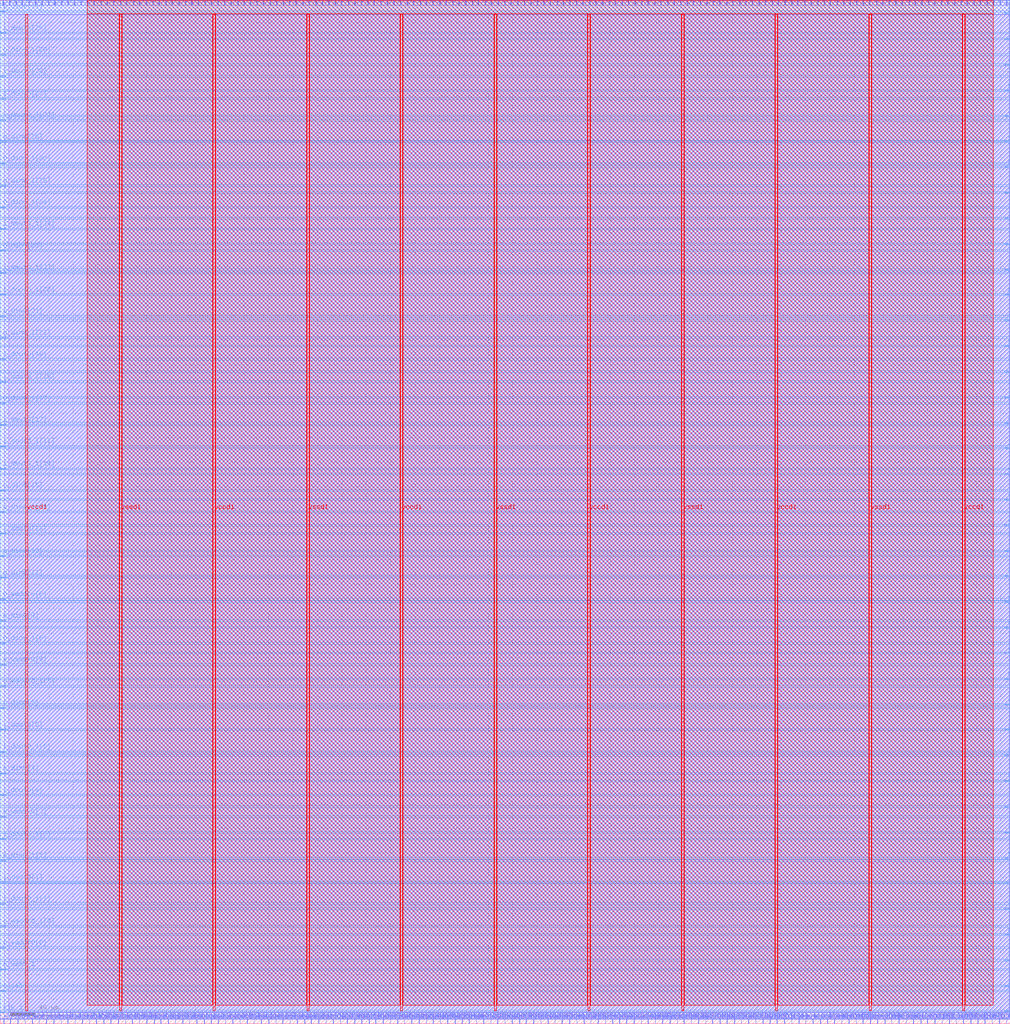
<source format=lef>
VERSION 5.7 ;
  NOWIREEXTENSIONATPIN ON ;
  DIVIDERCHAR "/" ;
  BUSBITCHARS "[]" ;
MACRO user_proj
  CLASS BLOCK ;
  FOREIGN user_proj ;
  ORIGIN 0.000 0.000 ;
  SIZE 827.850 BY 838.570 ;
  PIN clk_i
    DIRECTION INPUT ;
    USE SIGNAL ;
    PORT
      LAYER met3 ;
        RECT 0.000 8.880 4.000 9.480 ;
    END
  END clk_i
  PIN i_dout0[0]
    DIRECTION INPUT ;
    USE SIGNAL ;
    PORT
      LAYER met2 ;
        RECT 648.690 0.000 648.970 4.000 ;
    END
  END i_dout0[0]
  PIN i_dout0[10]
    DIRECTION INPUT ;
    USE SIGNAL ;
    PORT
      LAYER met2 ;
        RECT 760.010 0.000 760.290 4.000 ;
    END
  END i_dout0[10]
  PIN i_dout0[11]
    DIRECTION INPUT ;
    USE SIGNAL ;
    PORT
      LAYER met2 ;
        RECT 765.990 0.000 766.270 4.000 ;
    END
  END i_dout0[11]
  PIN i_dout0[12]
    DIRECTION INPUT ;
    USE SIGNAL ;
    PORT
      LAYER met2 ;
        RECT 771.970 0.000 772.250 4.000 ;
    END
  END i_dout0[12]
  PIN i_dout0[13]
    DIRECTION INPUT ;
    USE SIGNAL ;
    PORT
      LAYER met3 ;
        RECT 0.000 401.240 4.000 401.840 ;
    END
  END i_dout0[13]
  PIN i_dout0[14]
    DIRECTION INPUT ;
    USE SIGNAL ;
    PORT
      LAYER met3 ;
        RECT 823.850 386.960 827.850 387.560 ;
    END
  END i_dout0[14]
  PIN i_dout0[15]
    DIRECTION INPUT ;
    USE SIGNAL ;
    PORT
      LAYER met2 ;
        RECT 783.470 0.000 783.750 4.000 ;
    END
  END i_dout0[15]
  PIN i_dout0[16]
    DIRECTION INPUT ;
    USE SIGNAL ;
    PORT
      LAYER met2 ;
        RECT 744.830 834.570 745.110 838.570 ;
    END
  END i_dout0[16]
  PIN i_dout0[17]
    DIRECTION INPUT ;
    USE SIGNAL ;
    PORT
      LAYER met3 ;
        RECT 0.000 490.320 4.000 490.920 ;
    END
  END i_dout0[17]
  PIN i_dout0[18]
    DIRECTION INPUT ;
    USE SIGNAL ;
    PORT
      LAYER met2 ;
        RECT 760.930 834.570 761.210 838.570 ;
    END
  END i_dout0[18]
  PIN i_dout0[19]
    DIRECTION INPUT ;
    USE SIGNAL ;
    PORT
      LAYER met3 ;
        RECT 0.000 544.040 4.000 544.640 ;
    END
  END i_dout0[19]
  PIN i_dout0[1]
    DIRECTION INPUT ;
    USE SIGNAL ;
    PORT
      LAYER met3 ;
        RECT 0.000 115.640 4.000 116.240 ;
    END
  END i_dout0[1]
  PIN i_dout0[20]
    DIRECTION INPUT ;
    USE SIGNAL ;
    PORT
      LAYER met3 ;
        RECT 823.850 533.840 827.850 534.440 ;
    END
  END i_dout0[20]
  PIN i_dout0[21]
    DIRECTION INPUT ;
    USE SIGNAL ;
    PORT
      LAYER met2 ;
        RECT 771.510 834.570 771.790 838.570 ;
    END
  END i_dout0[21]
  PIN i_dout0[22]
    DIRECTION INPUT ;
    USE SIGNAL ;
    PORT
      LAYER met2 ;
        RECT 776.570 834.570 776.850 838.570 ;
    END
  END i_dout0[22]
  PIN i_dout0[23]
    DIRECTION INPUT ;
    USE SIGNAL ;
    PORT
      LAYER met2 ;
        RECT 782.090 834.570 782.370 838.570 ;
    END
  END i_dout0[23]
  PIN i_dout0[24]
    DIRECTION INPUT ;
    USE SIGNAL ;
    PORT
      LAYER met2 ;
        RECT 787.610 834.570 787.890 838.570 ;
    END
  END i_dout0[24]
  PIN i_dout0[25]
    DIRECTION INPUT ;
    USE SIGNAL ;
    PORT
      LAYER met3 ;
        RECT 823.850 638.560 827.850 639.160 ;
    END
  END i_dout0[25]
  PIN i_dout0[26]
    DIRECTION INPUT ;
    USE SIGNAL ;
    PORT
      LAYER met3 ;
        RECT 823.850 659.640 827.850 660.240 ;
    END
  END i_dout0[26]
  PIN i_dout0[27]
    DIRECTION INPUT ;
    USE SIGNAL ;
    PORT
      LAYER met3 ;
        RECT 0.000 757.560 4.000 758.160 ;
    END
  END i_dout0[27]
  PIN i_dout0[28]
    DIRECTION INPUT ;
    USE SIGNAL ;
    PORT
      LAYER met3 ;
        RECT 0.000 775.920 4.000 776.520 ;
    END
  END i_dout0[28]
  PIN i_dout0[29]
    DIRECTION INPUT ;
    USE SIGNAL ;
    PORT
      LAYER met2 ;
        RECT 818.890 0.000 819.170 4.000 ;
    END
  END i_dout0[29]
  PIN i_dout0[2]
    DIRECTION INPUT ;
    USE SIGNAL ;
    PORT
      LAYER met2 ;
        RECT 683.650 0.000 683.930 4.000 ;
    END
  END i_dout0[2]
  PIN i_dout0[30]
    DIRECTION INPUT ;
    USE SIGNAL ;
    PORT
      LAYER met3 ;
        RECT 0.000 811.280 4.000 811.880 ;
    END
  END i_dout0[30]
  PIN i_dout0[31]
    DIRECTION INPUT ;
    USE SIGNAL ;
    PORT
      LAYER met2 ;
        RECT 824.870 0.000 825.150 4.000 ;
    END
  END i_dout0[31]
  PIN i_dout0[3]
    DIRECTION INPUT ;
    USE SIGNAL ;
    PORT
      LAYER met2 ;
        RECT 637.650 834.570 637.930 838.570 ;
    END
  END i_dout0[3]
  PIN i_dout0[4]
    DIRECTION INPUT ;
    USE SIGNAL ;
    PORT
      LAYER met3 ;
        RECT 0.000 187.040 4.000 187.640 ;
    END
  END i_dout0[4]
  PIN i_dout0[5]
    DIRECTION INPUT ;
    USE SIGNAL ;
    PORT
      LAYER met3 ;
        RECT 0.000 240.760 4.000 241.360 ;
    END
  END i_dout0[5]
  PIN i_dout0[6]
    DIRECTION INPUT ;
    USE SIGNAL ;
    PORT
      LAYER met2 ;
        RECT 725.050 0.000 725.330 4.000 ;
    END
  END i_dout0[6]
  PIN i_dout0[7]
    DIRECTION INPUT ;
    USE SIGNAL ;
    PORT
      LAYER met2 ;
        RECT 675.370 834.570 675.650 838.570 ;
    END
  END i_dout0[7]
  PIN i_dout0[8]
    DIRECTION INPUT ;
    USE SIGNAL ;
    PORT
      LAYER met2 ;
        RECT 691.470 834.570 691.750 838.570 ;
    END
  END i_dout0[8]
  PIN i_dout0[9]
    DIRECTION INPUT ;
    USE SIGNAL ;
    PORT
      LAYER met2 ;
        RECT 748.510 0.000 748.790 4.000 ;
    END
  END i_dout0[9]
  PIN i_dout0_1[0]
    DIRECTION INPUT ;
    USE SIGNAL ;
    PORT
      LAYER met3 ;
        RECT 823.850 30.640 827.850 31.240 ;
    END
  END i_dout0_1[0]
  PIN i_dout0_1[10]
    DIRECTION INPUT ;
    USE SIGNAL ;
    PORT
      LAYER met2 ;
        RECT 754.490 0.000 754.770 4.000 ;
    END
  END i_dout0_1[10]
  PIN i_dout0_1[11]
    DIRECTION INPUT ;
    USE SIGNAL ;
    PORT
      LAYER met2 ;
        RECT 718.150 834.570 718.430 838.570 ;
    END
  END i_dout0_1[11]
  PIN i_dout0_1[12]
    DIRECTION INPUT ;
    USE SIGNAL ;
    PORT
      LAYER met2 ;
        RECT 723.210 834.570 723.490 838.570 ;
    END
  END i_dout0_1[12]
  PIN i_dout0_1[13]
    DIRECTION INPUT ;
    USE SIGNAL ;
    PORT
      LAYER met2 ;
        RECT 728.730 834.570 729.010 838.570 ;
    END
  END i_dout0_1[13]
  PIN i_dout0_1[14]
    DIRECTION INPUT ;
    USE SIGNAL ;
    PORT
      LAYER met2 ;
        RECT 739.310 834.570 739.590 838.570 ;
    END
  END i_dout0_1[14]
  PIN i_dout0_1[15]
    DIRECTION INPUT ;
    USE SIGNAL ;
    PORT
      LAYER met2 ;
        RECT 777.950 0.000 778.230 4.000 ;
    END
  END i_dout0_1[15]
  PIN i_dout0_1[16]
    DIRECTION INPUT ;
    USE SIGNAL ;
    PORT
      LAYER met3 ;
        RECT 0.000 454.280 4.000 454.880 ;
    END
  END i_dout0_1[16]
  PIN i_dout0_1[17]
    DIRECTION INPUT ;
    USE SIGNAL ;
    PORT
      LAYER met3 ;
        RECT 0.000 472.640 4.000 473.240 ;
    END
  END i_dout0_1[17]
  PIN i_dout0_1[18]
    DIRECTION INPUT ;
    USE SIGNAL ;
    PORT
      LAYER met3 ;
        RECT 0.000 525.680 4.000 526.280 ;
    END
  END i_dout0_1[18]
  PIN i_dout0_1[19]
    DIRECTION INPUT ;
    USE SIGNAL ;
    PORT
      LAYER met3 ;
        RECT 823.850 471.280 827.850 471.880 ;
    END
  END i_dout0_1[19]
  PIN i_dout0_1[1]
    DIRECTION INPUT ;
    USE SIGNAL ;
    PORT
      LAYER met3 ;
        RECT 0.000 97.960 4.000 98.560 ;
    END
  END i_dout0_1[1]
  PIN i_dout0_1[20]
    DIRECTION INPUT ;
    USE SIGNAL ;
    PORT
      LAYER met3 ;
        RECT 823.850 512.760 827.850 513.360 ;
    END
  END i_dout0_1[20]
  PIN i_dout0_1[21]
    DIRECTION INPUT ;
    USE SIGNAL ;
    PORT
      LAYER met2 ;
        RECT 806.930 0.000 807.210 4.000 ;
    END
  END i_dout0_1[21]
  PIN i_dout0_1[22]
    DIRECTION INPUT ;
    USE SIGNAL ;
    PORT
      LAYER met3 ;
        RECT 0.000 597.080 4.000 597.680 ;
    END
  END i_dout0_1[22]
  PIN i_dout0_1[23]
    DIRECTION INPUT ;
    USE SIGNAL ;
    PORT
      LAYER met3 ;
        RECT 0.000 614.760 4.000 615.360 ;
    END
  END i_dout0_1[23]
  PIN i_dout0_1[24]
    DIRECTION INPUT ;
    USE SIGNAL ;
    PORT
      LAYER met3 ;
        RECT 0.000 650.800 4.000 651.400 ;
    END
  END i_dout0_1[24]
  PIN i_dout0_1[25]
    DIRECTION INPUT ;
    USE SIGNAL ;
    PORT
      LAYER met3 ;
        RECT 823.850 617.480 827.850 618.080 ;
    END
  END i_dout0_1[25]
  PIN i_dout0_1[26]
    DIRECTION INPUT ;
    USE SIGNAL ;
    PORT
      LAYER met2 ;
        RECT 803.250 834.570 803.530 838.570 ;
    END
  END i_dout0_1[26]
  PIN i_dout0_1[27]
    DIRECTION INPUT ;
    USE SIGNAL ;
    PORT
      LAYER met3 ;
        RECT 0.000 739.880 4.000 740.480 ;
    END
  END i_dout0_1[27]
  PIN i_dout0_1[28]
    DIRECTION INPUT ;
    USE SIGNAL ;
    PORT
      LAYER met3 ;
        RECT 823.850 680.720 827.850 681.320 ;
    END
  END i_dout0_1[28]
  PIN i_dout0_1[29]
    DIRECTION INPUT ;
    USE SIGNAL ;
    PORT
      LAYER met2 ;
        RECT 824.870 834.570 825.150 838.570 ;
    END
  END i_dout0_1[29]
  PIN i_dout0_1[2]
    DIRECTION INPUT ;
    USE SIGNAL ;
    PORT
      LAYER met3 ;
        RECT 823.850 114.960 827.850 115.560 ;
    END
  END i_dout0_1[2]
  PIN i_dout0_1[30]
    DIRECTION INPUT ;
    USE SIGNAL ;
    PORT
      LAYER met3 ;
        RECT 823.850 743.280 827.850 743.880 ;
    END
  END i_dout0_1[30]
  PIN i_dout0_1[31]
    DIRECTION INPUT ;
    USE SIGNAL ;
    PORT
      LAYER met3 ;
        RECT 823.850 806.520 827.850 807.120 ;
    END
  END i_dout0_1[31]
  PIN i_dout0_1[3]
    DIRECTION INPUT ;
    USE SIGNAL ;
    PORT
      LAYER met3 ;
        RECT 0.000 151.000 4.000 151.600 ;
    END
  END i_dout0_1[3]
  PIN i_dout0_1[4]
    DIRECTION INPUT ;
    USE SIGNAL ;
    PORT
      LAYER met3 ;
        RECT 823.850 177.520 827.850 178.120 ;
    END
  END i_dout0_1[4]
  PIN i_dout0_1[5]
    DIRECTION INPUT ;
    USE SIGNAL ;
    PORT
      LAYER met3 ;
        RECT 0.000 222.400 4.000 223.000 ;
    END
  END i_dout0_1[5]
  PIN i_dout0_1[6]
    DIRECTION INPUT ;
    USE SIGNAL ;
    PORT
      LAYER met3 ;
        RECT 823.850 240.760 827.850 241.360 ;
    END
  END i_dout0_1[6]
  PIN i_dout0_1[7]
    DIRECTION INPUT ;
    USE SIGNAL ;
    PORT
      LAYER met2 ;
        RECT 669.850 834.570 670.130 838.570 ;
    END
  END i_dout0_1[7]
  PIN i_dout0_1[8]
    DIRECTION INPUT ;
    USE SIGNAL ;
    PORT
      LAYER met2 ;
        RECT 742.530 0.000 742.810 4.000 ;
    END
  END i_dout0_1[8]
  PIN i_dout0_1[9]
    DIRECTION INPUT ;
    USE SIGNAL ;
    PORT
      LAYER met2 ;
        RECT 702.050 834.570 702.330 838.570 ;
    END
  END i_dout0_1[9]
  PIN io_in[0]
    DIRECTION INPUT ;
    USE SIGNAL ;
    PORT
      LAYER met2 ;
        RECT 2.390 834.570 2.670 838.570 ;
    END
  END io_in[0]
  PIN io_in[10]
    DIRECTION INPUT ;
    USE SIGNAL ;
    PORT
      LAYER met2 ;
        RECT 162.470 834.570 162.750 838.570 ;
    END
  END io_in[10]
  PIN io_in[11]
    DIRECTION INPUT ;
    USE SIGNAL ;
    PORT
      LAYER met2 ;
        RECT 178.570 834.570 178.850 838.570 ;
    END
  END io_in[11]
  PIN io_in[12]
    DIRECTION INPUT ;
    USE SIGNAL ;
    PORT
      LAYER met2 ;
        RECT 194.670 834.570 194.950 838.570 ;
    END
  END io_in[12]
  PIN io_in[13]
    DIRECTION INPUT ;
    USE SIGNAL ;
    PORT
      LAYER met2 ;
        RECT 210.310 834.570 210.590 838.570 ;
    END
  END io_in[13]
  PIN io_in[14]
    DIRECTION INPUT ;
    USE SIGNAL ;
    PORT
      LAYER met2 ;
        RECT 226.410 834.570 226.690 838.570 ;
    END
  END io_in[14]
  PIN io_in[15]
    DIRECTION INPUT ;
    USE SIGNAL ;
    PORT
      LAYER met2 ;
        RECT 242.510 834.570 242.790 838.570 ;
    END
  END io_in[15]
  PIN io_in[16]
    DIRECTION INPUT ;
    USE SIGNAL ;
    PORT
      LAYER met2 ;
        RECT 258.610 834.570 258.890 838.570 ;
    END
  END io_in[16]
  PIN io_in[17]
    DIRECTION INPUT ;
    USE SIGNAL ;
    PORT
      LAYER met2 ;
        RECT 274.710 834.570 274.990 838.570 ;
    END
  END io_in[17]
  PIN io_in[18]
    DIRECTION INPUT ;
    USE SIGNAL ;
    PORT
      LAYER met2 ;
        RECT 290.810 834.570 291.090 838.570 ;
    END
  END io_in[18]
  PIN io_in[19]
    DIRECTION INPUT ;
    USE SIGNAL ;
    PORT
      LAYER met2 ;
        RECT 306.450 834.570 306.730 838.570 ;
    END
  END io_in[19]
  PIN io_in[1]
    DIRECTION INPUT ;
    USE SIGNAL ;
    PORT
      LAYER met2 ;
        RECT 18.030 834.570 18.310 838.570 ;
    END
  END io_in[1]
  PIN io_in[20]
    DIRECTION INPUT ;
    USE SIGNAL ;
    PORT
      LAYER met2 ;
        RECT 322.550 834.570 322.830 838.570 ;
    END
  END io_in[20]
  PIN io_in[21]
    DIRECTION INPUT ;
    USE SIGNAL ;
    PORT
      LAYER met2 ;
        RECT 338.650 834.570 338.930 838.570 ;
    END
  END io_in[21]
  PIN io_in[22]
    DIRECTION INPUT ;
    USE SIGNAL ;
    PORT
      LAYER met2 ;
        RECT 354.750 834.570 355.030 838.570 ;
    END
  END io_in[22]
  PIN io_in[23]
    DIRECTION INPUT ;
    USE SIGNAL ;
    PORT
      LAYER met2 ;
        RECT 370.850 834.570 371.130 838.570 ;
    END
  END io_in[23]
  PIN io_in[24]
    DIRECTION INPUT ;
    USE SIGNAL ;
    PORT
      LAYER met2 ;
        RECT 386.950 834.570 387.230 838.570 ;
    END
  END io_in[24]
  PIN io_in[25]
    DIRECTION INPUT ;
    USE SIGNAL ;
    PORT
      LAYER met2 ;
        RECT 402.590 834.570 402.870 838.570 ;
    END
  END io_in[25]
  PIN io_in[26]
    DIRECTION INPUT ;
    USE SIGNAL ;
    PORT
      LAYER met2 ;
        RECT 418.690 834.570 418.970 838.570 ;
    END
  END io_in[26]
  PIN io_in[27]
    DIRECTION INPUT ;
    USE SIGNAL ;
    PORT
      LAYER met2 ;
        RECT 434.790 834.570 435.070 838.570 ;
    END
  END io_in[27]
  PIN io_in[28]
    DIRECTION INPUT ;
    USE SIGNAL ;
    PORT
      LAYER met2 ;
        RECT 450.890 834.570 451.170 838.570 ;
    END
  END io_in[28]
  PIN io_in[29]
    DIRECTION INPUT ;
    USE SIGNAL ;
    PORT
      LAYER met2 ;
        RECT 466.990 834.570 467.270 838.570 ;
    END
  END io_in[29]
  PIN io_in[2]
    DIRECTION INPUT ;
    USE SIGNAL ;
    PORT
      LAYER met2 ;
        RECT 34.130 834.570 34.410 838.570 ;
    END
  END io_in[2]
  PIN io_in[30]
    DIRECTION INPUT ;
    USE SIGNAL ;
    PORT
      LAYER met2 ;
        RECT 483.090 834.570 483.370 838.570 ;
    END
  END io_in[30]
  PIN io_in[31]
    DIRECTION INPUT ;
    USE SIGNAL ;
    PORT
      LAYER met2 ;
        RECT 499.190 834.570 499.470 838.570 ;
    END
  END io_in[31]
  PIN io_in[32]
    DIRECTION INPUT ;
    USE SIGNAL ;
    PORT
      LAYER met2 ;
        RECT 514.830 834.570 515.110 838.570 ;
    END
  END io_in[32]
  PIN io_in[33]
    DIRECTION INPUT ;
    USE SIGNAL ;
    PORT
      LAYER met2 ;
        RECT 530.930 834.570 531.210 838.570 ;
    END
  END io_in[33]
  PIN io_in[34]
    DIRECTION INPUT ;
    USE SIGNAL ;
    PORT
      LAYER met2 ;
        RECT 547.030 834.570 547.310 838.570 ;
    END
  END io_in[34]
  PIN io_in[35]
    DIRECTION INPUT ;
    USE SIGNAL ;
    PORT
      LAYER met2 ;
        RECT 563.130 834.570 563.410 838.570 ;
    END
  END io_in[35]
  PIN io_in[36]
    DIRECTION INPUT ;
    USE SIGNAL ;
    PORT
      LAYER met2 ;
        RECT 579.230 834.570 579.510 838.570 ;
    END
  END io_in[36]
  PIN io_in[37]
    DIRECTION INPUT ;
    USE SIGNAL ;
    PORT
      LAYER met2 ;
        RECT 595.330 834.570 595.610 838.570 ;
    END
  END io_in[37]
  PIN io_in[3]
    DIRECTION INPUT ;
    USE SIGNAL ;
    PORT
      LAYER met2 ;
        RECT 50.230 834.570 50.510 838.570 ;
    END
  END io_in[3]
  PIN io_in[4]
    DIRECTION INPUT ;
    USE SIGNAL ;
    PORT
      LAYER met2 ;
        RECT 66.330 834.570 66.610 838.570 ;
    END
  END io_in[4]
  PIN io_in[5]
    DIRECTION INPUT ;
    USE SIGNAL ;
    PORT
      LAYER met2 ;
        RECT 82.430 834.570 82.710 838.570 ;
    END
  END io_in[5]
  PIN io_in[6]
    DIRECTION INPUT ;
    USE SIGNAL ;
    PORT
      LAYER met2 ;
        RECT 98.530 834.570 98.810 838.570 ;
    END
  END io_in[6]
  PIN io_in[7]
    DIRECTION INPUT ;
    USE SIGNAL ;
    PORT
      LAYER met2 ;
        RECT 114.170 834.570 114.450 838.570 ;
    END
  END io_in[7]
  PIN io_in[8]
    DIRECTION INPUT ;
    USE SIGNAL ;
    PORT
      LAYER met2 ;
        RECT 130.270 834.570 130.550 838.570 ;
    END
  END io_in[8]
  PIN io_in[9]
    DIRECTION INPUT ;
    USE SIGNAL ;
    PORT
      LAYER met2 ;
        RECT 146.370 834.570 146.650 838.570 ;
    END
  END io_in[9]
  PIN io_oeb[0]
    DIRECTION OUTPUT TRISTATE ;
    USE SIGNAL ;
    PORT
      LAYER met2 ;
        RECT 7.450 834.570 7.730 838.570 ;
    END
  END io_oeb[0]
  PIN io_oeb[10]
    DIRECTION OUTPUT TRISTATE ;
    USE SIGNAL ;
    PORT
      LAYER met2 ;
        RECT 167.990 834.570 168.270 838.570 ;
    END
  END io_oeb[10]
  PIN io_oeb[11]
    DIRECTION OUTPUT TRISTATE ;
    USE SIGNAL ;
    PORT
      LAYER met2 ;
        RECT 183.630 834.570 183.910 838.570 ;
    END
  END io_oeb[11]
  PIN io_oeb[12]
    DIRECTION OUTPUT TRISTATE ;
    USE SIGNAL ;
    PORT
      LAYER met2 ;
        RECT 199.730 834.570 200.010 838.570 ;
    END
  END io_oeb[12]
  PIN io_oeb[13]
    DIRECTION OUTPUT TRISTATE ;
    USE SIGNAL ;
    PORT
      LAYER met2 ;
        RECT 215.830 834.570 216.110 838.570 ;
    END
  END io_oeb[13]
  PIN io_oeb[14]
    DIRECTION OUTPUT TRISTATE ;
    USE SIGNAL ;
    PORT
      LAYER met2 ;
        RECT 231.930 834.570 232.210 838.570 ;
    END
  END io_oeb[14]
  PIN io_oeb[15]
    DIRECTION OUTPUT TRISTATE ;
    USE SIGNAL ;
    PORT
      LAYER met2 ;
        RECT 248.030 834.570 248.310 838.570 ;
    END
  END io_oeb[15]
  PIN io_oeb[16]
    DIRECTION OUTPUT TRISTATE ;
    USE SIGNAL ;
    PORT
      LAYER met2 ;
        RECT 264.130 834.570 264.410 838.570 ;
    END
  END io_oeb[16]
  PIN io_oeb[17]
    DIRECTION OUTPUT TRISTATE ;
    USE SIGNAL ;
    PORT
      LAYER met2 ;
        RECT 279.770 834.570 280.050 838.570 ;
    END
  END io_oeb[17]
  PIN io_oeb[18]
    DIRECTION OUTPUT TRISTATE ;
    USE SIGNAL ;
    PORT
      LAYER met2 ;
        RECT 295.870 834.570 296.150 838.570 ;
    END
  END io_oeb[18]
  PIN io_oeb[19]
    DIRECTION OUTPUT TRISTATE ;
    USE SIGNAL ;
    PORT
      LAYER met2 ;
        RECT 311.970 834.570 312.250 838.570 ;
    END
  END io_oeb[19]
  PIN io_oeb[1]
    DIRECTION OUTPUT TRISTATE ;
    USE SIGNAL ;
    PORT
      LAYER met2 ;
        RECT 23.550 834.570 23.830 838.570 ;
    END
  END io_oeb[1]
  PIN io_oeb[20]
    DIRECTION OUTPUT TRISTATE ;
    USE SIGNAL ;
    PORT
      LAYER met2 ;
        RECT 328.070 834.570 328.350 838.570 ;
    END
  END io_oeb[20]
  PIN io_oeb[21]
    DIRECTION OUTPUT TRISTATE ;
    USE SIGNAL ;
    PORT
      LAYER met2 ;
        RECT 344.170 834.570 344.450 838.570 ;
    END
  END io_oeb[21]
  PIN io_oeb[22]
    DIRECTION OUTPUT TRISTATE ;
    USE SIGNAL ;
    PORT
      LAYER met2 ;
        RECT 360.270 834.570 360.550 838.570 ;
    END
  END io_oeb[22]
  PIN io_oeb[23]
    DIRECTION OUTPUT TRISTATE ;
    USE SIGNAL ;
    PORT
      LAYER met2 ;
        RECT 375.910 834.570 376.190 838.570 ;
    END
  END io_oeb[23]
  PIN io_oeb[24]
    DIRECTION OUTPUT TRISTATE ;
    USE SIGNAL ;
    PORT
      LAYER met2 ;
        RECT 392.010 834.570 392.290 838.570 ;
    END
  END io_oeb[24]
  PIN io_oeb[25]
    DIRECTION OUTPUT TRISTATE ;
    USE SIGNAL ;
    PORT
      LAYER met2 ;
        RECT 408.110 834.570 408.390 838.570 ;
    END
  END io_oeb[25]
  PIN io_oeb[26]
    DIRECTION OUTPUT TRISTATE ;
    USE SIGNAL ;
    PORT
      LAYER met2 ;
        RECT 424.210 834.570 424.490 838.570 ;
    END
  END io_oeb[26]
  PIN io_oeb[27]
    DIRECTION OUTPUT TRISTATE ;
    USE SIGNAL ;
    PORT
      LAYER met2 ;
        RECT 440.310 834.570 440.590 838.570 ;
    END
  END io_oeb[27]
  PIN io_oeb[28]
    DIRECTION OUTPUT TRISTATE ;
    USE SIGNAL ;
    PORT
      LAYER met2 ;
        RECT 456.410 834.570 456.690 838.570 ;
    END
  END io_oeb[28]
  PIN io_oeb[29]
    DIRECTION OUTPUT TRISTATE ;
    USE SIGNAL ;
    PORT
      LAYER met2 ;
        RECT 472.050 834.570 472.330 838.570 ;
    END
  END io_oeb[29]
  PIN io_oeb[2]
    DIRECTION OUTPUT TRISTATE ;
    USE SIGNAL ;
    PORT
      LAYER met2 ;
        RECT 39.650 834.570 39.930 838.570 ;
    END
  END io_oeb[2]
  PIN io_oeb[30]
    DIRECTION OUTPUT TRISTATE ;
    USE SIGNAL ;
    PORT
      LAYER met2 ;
        RECT 488.150 834.570 488.430 838.570 ;
    END
  END io_oeb[30]
  PIN io_oeb[31]
    DIRECTION OUTPUT TRISTATE ;
    USE SIGNAL ;
    PORT
      LAYER met2 ;
        RECT 504.250 834.570 504.530 838.570 ;
    END
  END io_oeb[31]
  PIN io_oeb[32]
    DIRECTION OUTPUT TRISTATE ;
    USE SIGNAL ;
    PORT
      LAYER met2 ;
        RECT 520.350 834.570 520.630 838.570 ;
    END
  END io_oeb[32]
  PIN io_oeb[33]
    DIRECTION OUTPUT TRISTATE ;
    USE SIGNAL ;
    PORT
      LAYER met2 ;
        RECT 536.450 834.570 536.730 838.570 ;
    END
  END io_oeb[33]
  PIN io_oeb[34]
    DIRECTION OUTPUT TRISTATE ;
    USE SIGNAL ;
    PORT
      LAYER met2 ;
        RECT 552.550 834.570 552.830 838.570 ;
    END
  END io_oeb[34]
  PIN io_oeb[35]
    DIRECTION OUTPUT TRISTATE ;
    USE SIGNAL ;
    PORT
      LAYER met2 ;
        RECT 568.190 834.570 568.470 838.570 ;
    END
  END io_oeb[35]
  PIN io_oeb[36]
    DIRECTION OUTPUT TRISTATE ;
    USE SIGNAL ;
    PORT
      LAYER met2 ;
        RECT 584.290 834.570 584.570 838.570 ;
    END
  END io_oeb[36]
  PIN io_oeb[37]
    DIRECTION OUTPUT TRISTATE ;
    USE SIGNAL ;
    PORT
      LAYER met2 ;
        RECT 600.390 834.570 600.670 838.570 ;
    END
  END io_oeb[37]
  PIN io_oeb[3]
    DIRECTION OUTPUT TRISTATE ;
    USE SIGNAL ;
    PORT
      LAYER met2 ;
        RECT 55.750 834.570 56.030 838.570 ;
    END
  END io_oeb[3]
  PIN io_oeb[4]
    DIRECTION OUTPUT TRISTATE ;
    USE SIGNAL ;
    PORT
      LAYER met2 ;
        RECT 71.390 834.570 71.670 838.570 ;
    END
  END io_oeb[4]
  PIN io_oeb[5]
    DIRECTION OUTPUT TRISTATE ;
    USE SIGNAL ;
    PORT
      LAYER met2 ;
        RECT 87.490 834.570 87.770 838.570 ;
    END
  END io_oeb[5]
  PIN io_oeb[6]
    DIRECTION OUTPUT TRISTATE ;
    USE SIGNAL ;
    PORT
      LAYER met2 ;
        RECT 103.590 834.570 103.870 838.570 ;
    END
  END io_oeb[6]
  PIN io_oeb[7]
    DIRECTION OUTPUT TRISTATE ;
    USE SIGNAL ;
    PORT
      LAYER met2 ;
        RECT 119.690 834.570 119.970 838.570 ;
    END
  END io_oeb[7]
  PIN io_oeb[8]
    DIRECTION OUTPUT TRISTATE ;
    USE SIGNAL ;
    PORT
      LAYER met2 ;
        RECT 135.790 834.570 136.070 838.570 ;
    END
  END io_oeb[8]
  PIN io_oeb[9]
    DIRECTION OUTPUT TRISTATE ;
    USE SIGNAL ;
    PORT
      LAYER met2 ;
        RECT 151.890 834.570 152.170 838.570 ;
    END
  END io_oeb[9]
  PIN io_out[0]
    DIRECTION OUTPUT TRISTATE ;
    USE SIGNAL ;
    PORT
      LAYER met2 ;
        RECT 12.970 834.570 13.250 838.570 ;
    END
  END io_out[0]
  PIN io_out[10]
    DIRECTION OUTPUT TRISTATE ;
    USE SIGNAL ;
    PORT
      LAYER met2 ;
        RECT 173.050 834.570 173.330 838.570 ;
    END
  END io_out[10]
  PIN io_out[11]
    DIRECTION OUTPUT TRISTATE ;
    USE SIGNAL ;
    PORT
      LAYER met2 ;
        RECT 189.150 834.570 189.430 838.570 ;
    END
  END io_out[11]
  PIN io_out[12]
    DIRECTION OUTPUT TRISTATE ;
    USE SIGNAL ;
    PORT
      LAYER met2 ;
        RECT 205.250 834.570 205.530 838.570 ;
    END
  END io_out[12]
  PIN io_out[13]
    DIRECTION OUTPUT TRISTATE ;
    USE SIGNAL ;
    PORT
      LAYER met2 ;
        RECT 221.350 834.570 221.630 838.570 ;
    END
  END io_out[13]
  PIN io_out[14]
    DIRECTION OUTPUT TRISTATE ;
    USE SIGNAL ;
    PORT
      LAYER met2 ;
        RECT 236.990 834.570 237.270 838.570 ;
    END
  END io_out[14]
  PIN io_out[15]
    DIRECTION OUTPUT TRISTATE ;
    USE SIGNAL ;
    PORT
      LAYER met2 ;
        RECT 253.090 834.570 253.370 838.570 ;
    END
  END io_out[15]
  PIN io_out[16]
    DIRECTION OUTPUT TRISTATE ;
    USE SIGNAL ;
    PORT
      LAYER met2 ;
        RECT 269.190 834.570 269.470 838.570 ;
    END
  END io_out[16]
  PIN io_out[17]
    DIRECTION OUTPUT TRISTATE ;
    USE SIGNAL ;
    PORT
      LAYER met2 ;
        RECT 285.290 834.570 285.570 838.570 ;
    END
  END io_out[17]
  PIN io_out[18]
    DIRECTION OUTPUT TRISTATE ;
    USE SIGNAL ;
    PORT
      LAYER met2 ;
        RECT 301.390 834.570 301.670 838.570 ;
    END
  END io_out[18]
  PIN io_out[19]
    DIRECTION OUTPUT TRISTATE ;
    USE SIGNAL ;
    PORT
      LAYER met2 ;
        RECT 317.490 834.570 317.770 838.570 ;
    END
  END io_out[19]
  PIN io_out[1]
    DIRECTION OUTPUT TRISTATE ;
    USE SIGNAL ;
    PORT
      LAYER met2 ;
        RECT 29.070 834.570 29.350 838.570 ;
    END
  END io_out[1]
  PIN io_out[20]
    DIRECTION OUTPUT TRISTATE ;
    USE SIGNAL ;
    PORT
      LAYER met2 ;
        RECT 333.590 834.570 333.870 838.570 ;
    END
  END io_out[20]
  PIN io_out[21]
    DIRECTION OUTPUT TRISTATE ;
    USE SIGNAL ;
    PORT
      LAYER met2 ;
        RECT 349.230 834.570 349.510 838.570 ;
    END
  END io_out[21]
  PIN io_out[22]
    DIRECTION OUTPUT TRISTATE ;
    USE SIGNAL ;
    PORT
      LAYER met2 ;
        RECT 365.330 834.570 365.610 838.570 ;
    END
  END io_out[22]
  PIN io_out[23]
    DIRECTION OUTPUT TRISTATE ;
    USE SIGNAL ;
    PORT
      LAYER met2 ;
        RECT 381.430 834.570 381.710 838.570 ;
    END
  END io_out[23]
  PIN io_out[24]
    DIRECTION OUTPUT TRISTATE ;
    USE SIGNAL ;
    PORT
      LAYER met2 ;
        RECT 397.530 834.570 397.810 838.570 ;
    END
  END io_out[24]
  PIN io_out[25]
    DIRECTION OUTPUT TRISTATE ;
    USE SIGNAL ;
    PORT
      LAYER met2 ;
        RECT 413.630 834.570 413.910 838.570 ;
    END
  END io_out[25]
  PIN io_out[26]
    DIRECTION OUTPUT TRISTATE ;
    USE SIGNAL ;
    PORT
      LAYER met2 ;
        RECT 429.730 834.570 430.010 838.570 ;
    END
  END io_out[26]
  PIN io_out[27]
    DIRECTION OUTPUT TRISTATE ;
    USE SIGNAL ;
    PORT
      LAYER met2 ;
        RECT 445.370 834.570 445.650 838.570 ;
    END
  END io_out[27]
  PIN io_out[28]
    DIRECTION OUTPUT TRISTATE ;
    USE SIGNAL ;
    PORT
      LAYER met2 ;
        RECT 461.470 834.570 461.750 838.570 ;
    END
  END io_out[28]
  PIN io_out[29]
    DIRECTION OUTPUT TRISTATE ;
    USE SIGNAL ;
    PORT
      LAYER met2 ;
        RECT 477.570 834.570 477.850 838.570 ;
    END
  END io_out[29]
  PIN io_out[2]
    DIRECTION OUTPUT TRISTATE ;
    USE SIGNAL ;
    PORT
      LAYER met2 ;
        RECT 44.710 834.570 44.990 838.570 ;
    END
  END io_out[2]
  PIN io_out[30]
    DIRECTION OUTPUT TRISTATE ;
    USE SIGNAL ;
    PORT
      LAYER met2 ;
        RECT 493.670 834.570 493.950 838.570 ;
    END
  END io_out[30]
  PIN io_out[31]
    DIRECTION OUTPUT TRISTATE ;
    USE SIGNAL ;
    PORT
      LAYER met2 ;
        RECT 509.770 834.570 510.050 838.570 ;
    END
  END io_out[31]
  PIN io_out[32]
    DIRECTION OUTPUT TRISTATE ;
    USE SIGNAL ;
    PORT
      LAYER met2 ;
        RECT 525.870 834.570 526.150 838.570 ;
    END
  END io_out[32]
  PIN io_out[33]
    DIRECTION OUTPUT TRISTATE ;
    USE SIGNAL ;
    PORT
      LAYER met2 ;
        RECT 541.510 834.570 541.790 838.570 ;
    END
  END io_out[33]
  PIN io_out[34]
    DIRECTION OUTPUT TRISTATE ;
    USE SIGNAL ;
    PORT
      LAYER met2 ;
        RECT 557.610 834.570 557.890 838.570 ;
    END
  END io_out[34]
  PIN io_out[35]
    DIRECTION OUTPUT TRISTATE ;
    USE SIGNAL ;
    PORT
      LAYER met2 ;
        RECT 573.710 834.570 573.990 838.570 ;
    END
  END io_out[35]
  PIN io_out[36]
    DIRECTION OUTPUT TRISTATE ;
    USE SIGNAL ;
    PORT
      LAYER met2 ;
        RECT 589.810 834.570 590.090 838.570 ;
    END
  END io_out[36]
  PIN io_out[37]
    DIRECTION OUTPUT TRISTATE ;
    USE SIGNAL ;
    PORT
      LAYER met2 ;
        RECT 605.910 834.570 606.190 838.570 ;
    END
  END io_out[37]
  PIN io_out[3]
    DIRECTION OUTPUT TRISTATE ;
    USE SIGNAL ;
    PORT
      LAYER met2 ;
        RECT 60.810 834.570 61.090 838.570 ;
    END
  END io_out[3]
  PIN io_out[4]
    DIRECTION OUTPUT TRISTATE ;
    USE SIGNAL ;
    PORT
      LAYER met2 ;
        RECT 76.910 834.570 77.190 838.570 ;
    END
  END io_out[4]
  PIN io_out[5]
    DIRECTION OUTPUT TRISTATE ;
    USE SIGNAL ;
    PORT
      LAYER met2 ;
        RECT 93.010 834.570 93.290 838.570 ;
    END
  END io_out[5]
  PIN io_out[6]
    DIRECTION OUTPUT TRISTATE ;
    USE SIGNAL ;
    PORT
      LAYER met2 ;
        RECT 109.110 834.570 109.390 838.570 ;
    END
  END io_out[6]
  PIN io_out[7]
    DIRECTION OUTPUT TRISTATE ;
    USE SIGNAL ;
    PORT
      LAYER met2 ;
        RECT 125.210 834.570 125.490 838.570 ;
    END
  END io_out[7]
  PIN io_out[8]
    DIRECTION OUTPUT TRISTATE ;
    USE SIGNAL ;
    PORT
      LAYER met2 ;
        RECT 140.850 834.570 141.130 838.570 ;
    END
  END io_out[8]
  PIN io_out[9]
    DIRECTION OUTPUT TRISTATE ;
    USE SIGNAL ;
    PORT
      LAYER met2 ;
        RECT 156.950 834.570 157.230 838.570 ;
    END
  END io_out[9]
  PIN irq[0]
    DIRECTION OUTPUT TRISTATE ;
    USE SIGNAL ;
    PORT
      LAYER met2 ;
        RECT 625.230 0.000 625.510 4.000 ;
    END
  END irq[0]
  PIN irq[1]
    DIRECTION OUTPUT TRISTATE ;
    USE SIGNAL ;
    PORT
      LAYER met2 ;
        RECT 630.750 0.000 631.030 4.000 ;
    END
  END irq[1]
  PIN irq[2]
    DIRECTION OUTPUT TRISTATE ;
    USE SIGNAL ;
    PORT
      LAYER met2 ;
        RECT 636.730 0.000 637.010 4.000 ;
    END
  END irq[2]
  PIN o_csb0
    DIRECTION OUTPUT TRISTATE ;
    USE SIGNAL ;
    PORT
      LAYER met3 ;
        RECT 0.000 26.560 4.000 27.160 ;
    END
  END o_csb0
  PIN o_csb0_1
    DIRECTION OUTPUT TRISTATE ;
    USE SIGNAL ;
    PORT
      LAYER met2 ;
        RECT 642.710 0.000 642.990 4.000 ;
    END
  END o_csb0_1
  PIN o_din0[0]
    DIRECTION OUTPUT TRISTATE ;
    USE SIGNAL ;
    PORT
      LAYER met2 ;
        RECT 616.490 834.570 616.770 838.570 ;
    END
  END o_din0[0]
  PIN o_din0[10]
    DIRECTION OUTPUT TRISTATE ;
    USE SIGNAL ;
    PORT
      LAYER met3 ;
        RECT 823.850 303.320 827.850 303.920 ;
    END
  END o_din0[10]
  PIN o_din0[11]
    DIRECTION OUTPUT TRISTATE ;
    USE SIGNAL ;
    PORT
      LAYER met3 ;
        RECT 0.000 365.200 4.000 365.800 ;
    END
  END o_din0[11]
  PIN o_din0[12]
    DIRECTION OUTPUT TRISTATE ;
    USE SIGNAL ;
    PORT
      LAYER met3 ;
        RECT 0.000 382.880 4.000 383.480 ;
    END
  END o_din0[12]
  PIN o_din0[13]
    DIRECTION OUTPUT TRISTATE ;
    USE SIGNAL ;
    PORT
      LAYER met3 ;
        RECT 823.850 366.560 827.850 367.160 ;
    END
  END o_din0[13]
  PIN o_din0[14]
    DIRECTION OUTPUT TRISTATE ;
    USE SIGNAL ;
    PORT
      LAYER met3 ;
        RECT 823.850 408.040 827.850 408.640 ;
    END
  END o_din0[14]
  PIN o_din0[15]
    DIRECTION OUTPUT TRISTATE ;
    USE SIGNAL ;
    PORT
      LAYER met3 ;
        RECT 0.000 436.600 4.000 437.200 ;
    END
  END o_din0[15]
  PIN o_din0[16]
    DIRECTION OUTPUT TRISTATE ;
    USE SIGNAL ;
    PORT
      LAYER met2 ;
        RECT 755.410 834.570 755.690 838.570 ;
    END
  END o_din0[16]
  PIN o_din0[17]
    DIRECTION OUTPUT TRISTATE ;
    USE SIGNAL ;
    PORT
      LAYER met2 ;
        RECT 789.450 0.000 789.730 4.000 ;
    END
  END o_din0[17]
  PIN o_din0[18]
    DIRECTION OUTPUT TRISTATE ;
    USE SIGNAL ;
    PORT
      LAYER met3 ;
        RECT 823.850 450.200 827.850 450.800 ;
    END
  END o_din0[18]
  PIN o_din0[19]
    DIRECTION OUTPUT TRISTATE ;
    USE SIGNAL ;
    PORT
      LAYER met3 ;
        RECT 823.850 491.680 827.850 492.280 ;
    END
  END o_din0[19]
  PIN o_din0[1]
    DIRECTION OUTPUT TRISTATE ;
    USE SIGNAL ;
    PORT
      LAYER met3 ;
        RECT 823.850 72.800 827.850 73.400 ;
    END
  END o_din0[1]
  PIN o_din0[20]
    DIRECTION OUTPUT TRISTATE ;
    USE SIGNAL ;
    PORT
      LAYER met3 ;
        RECT 823.850 554.920 827.850 555.520 ;
    END
  END o_din0[20]
  PIN o_din0[21]
    DIRECTION OUTPUT TRISTATE ;
    USE SIGNAL ;
    PORT
      LAYER met3 ;
        RECT 0.000 579.400 4.000 580.000 ;
    END
  END o_din0[21]
  PIN o_din0[22]
    DIRECTION OUTPUT TRISTATE ;
    USE SIGNAL ;
    PORT
      LAYER met2 ;
        RECT 812.910 0.000 813.190 4.000 ;
    END
  END o_din0[22]
  PIN o_din0[23]
    DIRECTION OUTPUT TRISTATE ;
    USE SIGNAL ;
    PORT
      LAYER met3 ;
        RECT 0.000 633.120 4.000 633.720 ;
    END
  END o_din0[23]
  PIN o_din0[24]
    DIRECTION OUTPUT TRISTATE ;
    USE SIGNAL ;
    PORT
      LAYER met2 ;
        RECT 792.670 834.570 792.950 838.570 ;
    END
  END o_din0[24]
  PIN o_din0[25]
    DIRECTION OUTPUT TRISTATE ;
    USE SIGNAL ;
    PORT
      LAYER met2 ;
        RECT 798.190 834.570 798.470 838.570 ;
    END
  END o_din0[25]
  PIN o_din0[26]
    DIRECTION OUTPUT TRISTATE ;
    USE SIGNAL ;
    PORT
      LAYER met3 ;
        RECT 0.000 722.200 4.000 722.800 ;
    END
  END o_din0[26]
  PIN o_din0[27]
    DIRECTION OUTPUT TRISTATE ;
    USE SIGNAL ;
    PORT
      LAYER met2 ;
        RECT 814.290 834.570 814.570 838.570 ;
    END
  END o_din0[27]
  PIN o_din0[28]
    DIRECTION OUTPUT TRISTATE ;
    USE SIGNAL ;
    PORT
      LAYER met3 ;
        RECT 823.850 701.800 827.850 702.400 ;
    END
  END o_din0[28]
  PIN o_din0[29]
    DIRECTION OUTPUT TRISTATE ;
    USE SIGNAL ;
    PORT
      LAYER met3 ;
        RECT 823.850 722.880 827.850 723.480 ;
    END
  END o_din0[29]
  PIN o_din0[2]
    DIRECTION OUTPUT TRISTATE ;
    USE SIGNAL ;
    PORT
      LAYER met2 ;
        RECT 689.630 0.000 689.910 4.000 ;
    END
  END o_din0[2]
  PIN o_din0[30]
    DIRECTION OUTPUT TRISTATE ;
    USE SIGNAL ;
    PORT
      LAYER met3 ;
        RECT 823.850 785.440 827.850 786.040 ;
    END
  END o_din0[30]
  PIN o_din0[31]
    DIRECTION OUTPUT TRISTATE ;
    USE SIGNAL ;
    PORT
      LAYER met3 ;
        RECT 0.000 828.960 4.000 829.560 ;
    END
  END o_din0[31]
  PIN o_din0[3]
    DIRECTION OUTPUT TRISTATE ;
    USE SIGNAL ;
    PORT
      LAYER met2 ;
        RECT 707.110 0.000 707.390 4.000 ;
    END
  END o_din0[3]
  PIN o_din0[4]
    DIRECTION OUTPUT TRISTATE ;
    USE SIGNAL ;
    PORT
      LAYER met3 ;
        RECT 0.000 204.720 4.000 205.320 ;
    END
  END o_din0[4]
  PIN o_din0[5]
    DIRECTION OUTPUT TRISTATE ;
    USE SIGNAL ;
    PORT
      LAYER met3 ;
        RECT 0.000 258.440 4.000 259.040 ;
    END
  END o_din0[5]
  PIN o_din0[6]
    DIRECTION OUTPUT TRISTATE ;
    USE SIGNAL ;
    PORT
      LAYER met2 ;
        RECT 659.270 834.570 659.550 838.570 ;
    END
  END o_din0[6]
  PIN o_din0[7]
    DIRECTION OUTPUT TRISTATE ;
    USE SIGNAL ;
    PORT
      LAYER met2 ;
        RECT 680.430 834.570 680.710 838.570 ;
    END
  END o_din0[7]
  PIN o_din0[8]
    DIRECTION OUTPUT TRISTATE ;
    USE SIGNAL ;
    PORT
      LAYER met3 ;
        RECT 0.000 329.840 4.000 330.440 ;
    END
  END o_din0[8]
  PIN o_din0[9]
    DIRECTION OUTPUT TRISTATE ;
    USE SIGNAL ;
    PORT
      LAYER met2 ;
        RECT 707.110 834.570 707.390 838.570 ;
    END
  END o_din0[9]
  PIN o_din0_1[0]
    DIRECTION OUTPUT TRISTATE ;
    USE SIGNAL ;
    PORT
      LAYER met3 ;
        RECT 823.850 51.720 827.850 52.320 ;
    END
  END o_din0_1[0]
  PIN o_din0_1[10]
    DIRECTION OUTPUT TRISTATE ;
    USE SIGNAL ;
    PORT
      LAYER met2 ;
        RECT 712.630 834.570 712.910 838.570 ;
    END
  END o_din0_1[10]
  PIN o_din0_1[11]
    DIRECTION OUTPUT TRISTATE ;
    USE SIGNAL ;
    PORT
      LAYER met3 ;
        RECT 823.850 324.400 827.850 325.000 ;
    END
  END o_din0_1[11]
  PIN o_din0_1[12]
    DIRECTION OUTPUT TRISTATE ;
    USE SIGNAL ;
    PORT
      LAYER met3 ;
        RECT 823.850 345.480 827.850 346.080 ;
    END
  END o_din0_1[12]
  PIN o_din0_1[13]
    DIRECTION OUTPUT TRISTATE ;
    USE SIGNAL ;
    PORT
      LAYER met2 ;
        RECT 733.790 834.570 734.070 838.570 ;
    END
  END o_din0_1[13]
  PIN o_din0_1[14]
    DIRECTION OUTPUT TRISTATE ;
    USE SIGNAL ;
    PORT
      LAYER met3 ;
        RECT 0.000 418.920 4.000 419.520 ;
    END
  END o_din0_1[14]
  PIN o_din0_1[15]
    DIRECTION OUTPUT TRISTATE ;
    USE SIGNAL ;
    PORT
      LAYER met3 ;
        RECT 823.850 429.120 827.850 429.720 ;
    END
  END o_din0_1[15]
  PIN o_din0_1[16]
    DIRECTION OUTPUT TRISTATE ;
    USE SIGNAL ;
    PORT
      LAYER met2 ;
        RECT 749.890 834.570 750.170 838.570 ;
    END
  END o_din0_1[16]
  PIN o_din0_1[17]
    DIRECTION OUTPUT TRISTATE ;
    USE SIGNAL ;
    PORT
      LAYER met3 ;
        RECT 0.000 508.000 4.000 508.600 ;
    END
  END o_din0_1[17]
  PIN o_din0_1[18]
    DIRECTION OUTPUT TRISTATE ;
    USE SIGNAL ;
    PORT
      LAYER met2 ;
        RECT 795.430 0.000 795.710 4.000 ;
    END
  END o_din0_1[18]
  PIN o_din0_1[19]
    DIRECTION OUTPUT TRISTATE ;
    USE SIGNAL ;
    PORT
      LAYER met2 ;
        RECT 801.410 0.000 801.690 4.000 ;
    END
  END o_din0_1[19]
  PIN o_din0_1[1]
    DIRECTION OUTPUT TRISTATE ;
    USE SIGNAL ;
    PORT
      LAYER met3 ;
        RECT 0.000 133.320 4.000 133.920 ;
    END
  END o_din0_1[1]
  PIN o_din0_1[20]
    DIRECTION OUTPUT TRISTATE ;
    USE SIGNAL ;
    PORT
      LAYER met2 ;
        RECT 765.990 834.570 766.270 838.570 ;
    END
  END o_din0_1[20]
  PIN o_din0_1[21]
    DIRECTION OUTPUT TRISTATE ;
    USE SIGNAL ;
    PORT
      LAYER met3 ;
        RECT 0.000 561.720 4.000 562.320 ;
    END
  END o_din0_1[21]
  PIN o_din0_1[22]
    DIRECTION OUTPUT TRISTATE ;
    USE SIGNAL ;
    PORT
      LAYER met3 ;
        RECT 823.850 576.000 827.850 576.600 ;
    END
  END o_din0_1[22]
  PIN o_din0_1[23]
    DIRECTION OUTPUT TRISTATE ;
    USE SIGNAL ;
    PORT
      LAYER met3 ;
        RECT 823.850 597.080 827.850 597.680 ;
    END
  END o_din0_1[23]
  PIN o_din0_1[24]
    DIRECTION OUTPUT TRISTATE ;
    USE SIGNAL ;
    PORT
      LAYER met3 ;
        RECT 0.000 668.480 4.000 669.080 ;
    END
  END o_din0_1[24]
  PIN o_din0_1[25]
    DIRECTION OUTPUT TRISTATE ;
    USE SIGNAL ;
    PORT
      LAYER met3 ;
        RECT 0.000 686.160 4.000 686.760 ;
    END
  END o_din0_1[25]
  PIN o_din0_1[26]
    DIRECTION OUTPUT TRISTATE ;
    USE SIGNAL ;
    PORT
      LAYER met3 ;
        RECT 0.000 704.520 4.000 705.120 ;
    END
  END o_din0_1[26]
  PIN o_din0_1[27]
    DIRECTION OUTPUT TRISTATE ;
    USE SIGNAL ;
    PORT
      LAYER met2 ;
        RECT 808.770 834.570 809.050 838.570 ;
    END
  END o_din0_1[27]
  PIN o_din0_1[28]
    DIRECTION OUTPUT TRISTATE ;
    USE SIGNAL ;
    PORT
      LAYER met2 ;
        RECT 819.350 834.570 819.630 838.570 ;
    END
  END o_din0_1[28]
  PIN o_din0_1[29]
    DIRECTION OUTPUT TRISTATE ;
    USE SIGNAL ;
    PORT
      LAYER met3 ;
        RECT 0.000 793.600 4.000 794.200 ;
    END
  END o_din0_1[29]
  PIN o_din0_1[2]
    DIRECTION OUTPUT TRISTATE ;
    USE SIGNAL ;
    PORT
      LAYER met2 ;
        RECT 622.010 834.570 622.290 838.570 ;
    END
  END o_din0_1[2]
  PIN o_din0_1[30]
    DIRECTION OUTPUT TRISTATE ;
    USE SIGNAL ;
    PORT
      LAYER met3 ;
        RECT 823.850 764.360 827.850 764.960 ;
    END
  END o_din0_1[30]
  PIN o_din0_1[31]
    DIRECTION OUTPUT TRISTATE ;
    USE SIGNAL ;
    PORT
      LAYER met3 ;
        RECT 823.850 827.600 827.850 828.200 ;
    END
  END o_din0_1[31]
  PIN o_din0_1[3]
    DIRECTION OUTPUT TRISTATE ;
    USE SIGNAL ;
    PORT
      LAYER met3 ;
        RECT 823.850 135.360 827.850 135.960 ;
    END
  END o_din0_1[3]
  PIN o_din0_1[4]
    DIRECTION OUTPUT TRISTATE ;
    USE SIGNAL ;
    PORT
      LAYER met2 ;
        RECT 719.070 0.000 719.350 4.000 ;
    END
  END o_din0_1[4]
  PIN o_din0_1[5]
    DIRECTION OUTPUT TRISTATE ;
    USE SIGNAL ;
    PORT
      LAYER met2 ;
        RECT 648.690 834.570 648.970 838.570 ;
    END
  END o_din0_1[5]
  PIN o_din0_1[6]
    DIRECTION OUTPUT TRISTATE ;
    USE SIGNAL ;
    PORT
      LAYER met2 ;
        RECT 653.750 834.570 654.030 838.570 ;
    END
  END o_din0_1[6]
  PIN o_din0_1[7]
    DIRECTION OUTPUT TRISTATE ;
    USE SIGNAL ;
    PORT
      LAYER met2 ;
        RECT 730.570 0.000 730.850 4.000 ;
    END
  END o_din0_1[7]
  PIN o_din0_1[8]
    DIRECTION OUTPUT TRISTATE ;
    USE SIGNAL ;
    PORT
      LAYER met3 ;
        RECT 0.000 311.480 4.000 312.080 ;
    END
  END o_din0_1[8]
  PIN o_din0_1[9]
    DIRECTION OUTPUT TRISTATE ;
    USE SIGNAL ;
    PORT
      LAYER met3 ;
        RECT 823.850 282.240 827.850 282.840 ;
    END
  END o_din0_1[9]
  PIN o_waddr0[0]
    DIRECTION OUTPUT TRISTATE ;
    USE SIGNAL ;
    PORT
      LAYER met3 ;
        RECT 0.000 61.920 4.000 62.520 ;
    END
  END o_waddr0[0]
  PIN o_waddr0[1]
    DIRECTION OUTPUT TRISTATE ;
    USE SIGNAL ;
    PORT
      LAYER met2 ;
        RECT 666.170 0.000 666.450 4.000 ;
    END
  END o_waddr0[1]
  PIN o_waddr0[2]
    DIRECTION OUTPUT TRISTATE ;
    USE SIGNAL ;
    PORT
      LAYER met2 ;
        RECT 695.610 0.000 695.890 4.000 ;
    END
  END o_waddr0[2]
  PIN o_waddr0[3]
    DIRECTION OUTPUT TRISTATE ;
    USE SIGNAL ;
    PORT
      LAYER met2 ;
        RECT 713.090 0.000 713.370 4.000 ;
    END
  END o_waddr0[3]
  PIN o_waddr0[4]
    DIRECTION OUTPUT TRISTATE ;
    USE SIGNAL ;
    PORT
      LAYER met3 ;
        RECT 823.850 219.680 827.850 220.280 ;
    END
  END o_waddr0[4]
  PIN o_waddr0[5]
    DIRECTION OUTPUT TRISTATE ;
    USE SIGNAL ;
    PORT
      LAYER met3 ;
        RECT 0.000 293.800 4.000 294.400 ;
    END
  END o_waddr0[5]
  PIN o_waddr0[6]
    DIRECTION OUTPUT TRISTATE ;
    USE SIGNAL ;
    PORT
      LAYER met2 ;
        RECT 664.790 834.570 665.070 838.570 ;
    END
  END o_waddr0[6]
  PIN o_waddr0[7]
    DIRECTION OUTPUT TRISTATE ;
    USE SIGNAL ;
    PORT
      LAYER met2 ;
        RECT 685.950 834.570 686.230 838.570 ;
    END
  END o_waddr0[7]
  PIN o_waddr0[8]
    DIRECTION OUTPUT TRISTATE ;
    USE SIGNAL ;
    PORT
      LAYER met3 ;
        RECT 0.000 347.520 4.000 348.120 ;
    END
  END o_waddr0[8]
  PIN o_waddr0_1[0]
    DIRECTION OUTPUT TRISTATE ;
    USE SIGNAL ;
    PORT
      LAYER met3 ;
        RECT 0.000 79.600 4.000 80.200 ;
    END
  END o_waddr0_1[0]
  PIN o_waddr0_1[1]
    DIRECTION OUTPUT TRISTATE ;
    USE SIGNAL ;
    PORT
      LAYER met3 ;
        RECT 823.850 93.880 827.850 94.480 ;
    END
  END o_waddr0_1[1]
  PIN o_waddr0_1[2]
    DIRECTION OUTPUT TRISTATE ;
    USE SIGNAL ;
    PORT
      LAYER met2 ;
        RECT 627.070 834.570 627.350 838.570 ;
    END
  END o_waddr0_1[2]
  PIN o_waddr0_1[3]
    DIRECTION OUTPUT TRISTATE ;
    USE SIGNAL ;
    PORT
      LAYER met3 ;
        RECT 823.850 156.440 827.850 157.040 ;
    END
  END o_waddr0_1[3]
  PIN o_waddr0_1[4]
    DIRECTION OUTPUT TRISTATE ;
    USE SIGNAL ;
    PORT
      LAYER met3 ;
        RECT 823.850 198.600 827.850 199.200 ;
    END
  END o_waddr0_1[4]
  PIN o_waddr0_1[5]
    DIRECTION OUTPUT TRISTATE ;
    USE SIGNAL ;
    PORT
      LAYER met3 ;
        RECT 0.000 276.120 4.000 276.720 ;
    END
  END o_waddr0_1[5]
  PIN o_waddr0_1[6]
    DIRECTION OUTPUT TRISTATE ;
    USE SIGNAL ;
    PORT
      LAYER met3 ;
        RECT 823.850 261.160 827.850 261.760 ;
    END
  END o_waddr0_1[6]
  PIN o_waddr0_1[7]
    DIRECTION OUTPUT TRISTATE ;
    USE SIGNAL ;
    PORT
      LAYER met2 ;
        RECT 736.550 0.000 736.830 4.000 ;
    END
  END o_waddr0_1[7]
  PIN o_waddr0_1[8]
    DIRECTION OUTPUT TRISTATE ;
    USE SIGNAL ;
    PORT
      LAYER met2 ;
        RECT 696.530 834.570 696.810 838.570 ;
    END
  END o_waddr0_1[8]
  PIN o_web0
    DIRECTION OUTPUT TRISTATE ;
    USE SIGNAL ;
    PORT
      LAYER met2 ;
        RECT 610.970 834.570 611.250 838.570 ;
    END
  END o_web0
  PIN o_web0_1
    DIRECTION OUTPUT TRISTATE ;
    USE SIGNAL ;
    PORT
      LAYER met3 ;
        RECT 0.000 44.240 4.000 44.840 ;
    END
  END o_web0_1
  PIN o_wmask0[0]
    DIRECTION OUTPUT TRISTATE ;
    USE SIGNAL ;
    PORT
      LAYER met2 ;
        RECT 654.670 0.000 654.950 4.000 ;
    END
  END o_wmask0[0]
  PIN o_wmask0[1]
    DIRECTION OUTPUT TRISTATE ;
    USE SIGNAL ;
    PORT
      LAYER met2 ;
        RECT 678.130 0.000 678.410 4.000 ;
    END
  END o_wmask0[1]
  PIN o_wmask0[2]
    DIRECTION OUTPUT TRISTATE ;
    USE SIGNAL ;
    PORT
      LAYER met2 ;
        RECT 632.590 834.570 632.870 838.570 ;
    END
  END o_wmask0[2]
  PIN o_wmask0[3]
    DIRECTION OUTPUT TRISTATE ;
    USE SIGNAL ;
    PORT
      LAYER met3 ;
        RECT 0.000 169.360 4.000 169.960 ;
    END
  END o_wmask0[3]
  PIN o_wmask0_1[0]
    DIRECTION OUTPUT TRISTATE ;
    USE SIGNAL ;
    PORT
      LAYER met2 ;
        RECT 660.190 0.000 660.470 4.000 ;
    END
  END o_wmask0_1[0]
  PIN o_wmask0_1[1]
    DIRECTION OUTPUT TRISTATE ;
    USE SIGNAL ;
    PORT
      LAYER met2 ;
        RECT 672.150 0.000 672.430 4.000 ;
    END
  END o_wmask0_1[1]
  PIN o_wmask0_1[2]
    DIRECTION OUTPUT TRISTATE ;
    USE SIGNAL ;
    PORT
      LAYER met2 ;
        RECT 701.590 0.000 701.870 4.000 ;
    END
  END o_wmask0_1[2]
  PIN o_wmask0_1[3]
    DIRECTION OUTPUT TRISTATE ;
    USE SIGNAL ;
    PORT
      LAYER met2 ;
        RECT 643.170 834.570 643.450 838.570 ;
    END
  END o_wmask0_1[3]
  PIN rst_i
    DIRECTION INPUT ;
    USE SIGNAL ;
    PORT
      LAYER met3 ;
        RECT 823.850 10.240 827.850 10.840 ;
    END
  END rst_i
  PIN vccd1
    DIRECTION INPUT ;
    USE POWER ;
    PORT
      LAYER met4 ;
        RECT 21.040 10.640 22.640 827.120 ;
    END
    PORT
      LAYER met4 ;
        RECT 174.640 10.640 176.240 827.120 ;
    END
    PORT
      LAYER met4 ;
        RECT 328.240 10.640 329.840 827.120 ;
    END
    PORT
      LAYER met4 ;
        RECT 481.840 10.640 483.440 827.120 ;
    END
    PORT
      LAYER met4 ;
        RECT 635.440 10.640 637.040 827.120 ;
    END
    PORT
      LAYER met4 ;
        RECT 789.040 10.640 790.640 827.120 ;
    END
  END vccd1
  PIN vssd1
    DIRECTION INPUT ;
    USE GROUND ;
    PORT
      LAYER met4 ;
        RECT 97.840 10.640 99.440 827.120 ;
    END
    PORT
      LAYER met4 ;
        RECT 251.440 10.640 253.040 827.120 ;
    END
    PORT
      LAYER met4 ;
        RECT 405.040 10.640 406.640 827.120 ;
    END
    PORT
      LAYER met4 ;
        RECT 558.640 10.640 560.240 827.120 ;
    END
    PORT
      LAYER met4 ;
        RECT 712.240 10.640 713.840 827.120 ;
    END
  END vssd1
  PIN wb_clk_i
    DIRECTION INPUT ;
    USE SIGNAL ;
    PORT
      LAYER met2 ;
        RECT 2.850 0.000 3.130 4.000 ;
    END
  END wb_clk_i
  PIN wb_rst_i
    DIRECTION INPUT ;
    USE SIGNAL ;
    PORT
      LAYER met2 ;
        RECT 8.370 0.000 8.650 4.000 ;
    END
  END wb_rst_i
  PIN wbs_ack_o
    DIRECTION OUTPUT TRISTATE ;
    USE SIGNAL ;
    PORT
      LAYER met2 ;
        RECT 14.350 0.000 14.630 4.000 ;
    END
  END wbs_ack_o
  PIN wbs_adr_i[0]
    DIRECTION INPUT ;
    USE SIGNAL ;
    PORT
      LAYER met2 ;
        RECT 37.810 0.000 38.090 4.000 ;
    END
  END wbs_adr_i[0]
  PIN wbs_adr_i[10]
    DIRECTION INPUT ;
    USE SIGNAL ;
    PORT
      LAYER met2 ;
        RECT 237.450 0.000 237.730 4.000 ;
    END
  END wbs_adr_i[10]
  PIN wbs_adr_i[11]
    DIRECTION INPUT ;
    USE SIGNAL ;
    PORT
      LAYER met2 ;
        RECT 254.930 0.000 255.210 4.000 ;
    END
  END wbs_adr_i[11]
  PIN wbs_adr_i[12]
    DIRECTION INPUT ;
    USE SIGNAL ;
    PORT
      LAYER met2 ;
        RECT 272.870 0.000 273.150 4.000 ;
    END
  END wbs_adr_i[12]
  PIN wbs_adr_i[13]
    DIRECTION INPUT ;
    USE SIGNAL ;
    PORT
      LAYER met2 ;
        RECT 290.350 0.000 290.630 4.000 ;
    END
  END wbs_adr_i[13]
  PIN wbs_adr_i[14]
    DIRECTION INPUT ;
    USE SIGNAL ;
    PORT
      LAYER met2 ;
        RECT 307.830 0.000 308.110 4.000 ;
    END
  END wbs_adr_i[14]
  PIN wbs_adr_i[15]
    DIRECTION INPUT ;
    USE SIGNAL ;
    PORT
      LAYER met2 ;
        RECT 325.770 0.000 326.050 4.000 ;
    END
  END wbs_adr_i[15]
  PIN wbs_adr_i[16]
    DIRECTION INPUT ;
    USE SIGNAL ;
    PORT
      LAYER met2 ;
        RECT 343.250 0.000 343.530 4.000 ;
    END
  END wbs_adr_i[16]
  PIN wbs_adr_i[17]
    DIRECTION INPUT ;
    USE SIGNAL ;
    PORT
      LAYER met2 ;
        RECT 360.730 0.000 361.010 4.000 ;
    END
  END wbs_adr_i[17]
  PIN wbs_adr_i[18]
    DIRECTION INPUT ;
    USE SIGNAL ;
    PORT
      LAYER met2 ;
        RECT 378.670 0.000 378.950 4.000 ;
    END
  END wbs_adr_i[18]
  PIN wbs_adr_i[19]
    DIRECTION INPUT ;
    USE SIGNAL ;
    PORT
      LAYER met2 ;
        RECT 396.150 0.000 396.430 4.000 ;
    END
  END wbs_adr_i[19]
  PIN wbs_adr_i[1]
    DIRECTION INPUT ;
    USE SIGNAL ;
    PORT
      LAYER met2 ;
        RECT 61.270 0.000 61.550 4.000 ;
    END
  END wbs_adr_i[1]
  PIN wbs_adr_i[20]
    DIRECTION INPUT ;
    USE SIGNAL ;
    PORT
      LAYER met2 ;
        RECT 413.630 0.000 413.910 4.000 ;
    END
  END wbs_adr_i[20]
  PIN wbs_adr_i[21]
    DIRECTION INPUT ;
    USE SIGNAL ;
    PORT
      LAYER met2 ;
        RECT 431.110 0.000 431.390 4.000 ;
    END
  END wbs_adr_i[21]
  PIN wbs_adr_i[22]
    DIRECTION INPUT ;
    USE SIGNAL ;
    PORT
      LAYER met2 ;
        RECT 449.050 0.000 449.330 4.000 ;
    END
  END wbs_adr_i[22]
  PIN wbs_adr_i[23]
    DIRECTION INPUT ;
    USE SIGNAL ;
    PORT
      LAYER met2 ;
        RECT 466.530 0.000 466.810 4.000 ;
    END
  END wbs_adr_i[23]
  PIN wbs_adr_i[24]
    DIRECTION INPUT ;
    USE SIGNAL ;
    PORT
      LAYER met2 ;
        RECT 484.010 0.000 484.290 4.000 ;
    END
  END wbs_adr_i[24]
  PIN wbs_adr_i[25]
    DIRECTION INPUT ;
    USE SIGNAL ;
    PORT
      LAYER met2 ;
        RECT 501.950 0.000 502.230 4.000 ;
    END
  END wbs_adr_i[25]
  PIN wbs_adr_i[26]
    DIRECTION INPUT ;
    USE SIGNAL ;
    PORT
      LAYER met2 ;
        RECT 519.430 0.000 519.710 4.000 ;
    END
  END wbs_adr_i[26]
  PIN wbs_adr_i[27]
    DIRECTION INPUT ;
    USE SIGNAL ;
    PORT
      LAYER met2 ;
        RECT 536.910 0.000 537.190 4.000 ;
    END
  END wbs_adr_i[27]
  PIN wbs_adr_i[28]
    DIRECTION INPUT ;
    USE SIGNAL ;
    PORT
      LAYER met2 ;
        RECT 554.850 0.000 555.130 4.000 ;
    END
  END wbs_adr_i[28]
  PIN wbs_adr_i[29]
    DIRECTION INPUT ;
    USE SIGNAL ;
    PORT
      LAYER met2 ;
        RECT 572.330 0.000 572.610 4.000 ;
    END
  END wbs_adr_i[29]
  PIN wbs_adr_i[2]
    DIRECTION INPUT ;
    USE SIGNAL ;
    PORT
      LAYER met2 ;
        RECT 84.730 0.000 85.010 4.000 ;
    END
  END wbs_adr_i[2]
  PIN wbs_adr_i[30]
    DIRECTION INPUT ;
    USE SIGNAL ;
    PORT
      LAYER met2 ;
        RECT 589.810 0.000 590.090 4.000 ;
    END
  END wbs_adr_i[30]
  PIN wbs_adr_i[31]
    DIRECTION INPUT ;
    USE SIGNAL ;
    PORT
      LAYER met2 ;
        RECT 607.290 0.000 607.570 4.000 ;
    END
  END wbs_adr_i[31]
  PIN wbs_adr_i[3]
    DIRECTION INPUT ;
    USE SIGNAL ;
    PORT
      LAYER met2 ;
        RECT 108.190 0.000 108.470 4.000 ;
    END
  END wbs_adr_i[3]
  PIN wbs_adr_i[4]
    DIRECTION INPUT ;
    USE SIGNAL ;
    PORT
      LAYER met2 ;
        RECT 131.650 0.000 131.930 4.000 ;
    END
  END wbs_adr_i[4]
  PIN wbs_adr_i[5]
    DIRECTION INPUT ;
    USE SIGNAL ;
    PORT
      LAYER met2 ;
        RECT 149.590 0.000 149.870 4.000 ;
    END
  END wbs_adr_i[5]
  PIN wbs_adr_i[6]
    DIRECTION INPUT ;
    USE SIGNAL ;
    PORT
      LAYER met2 ;
        RECT 167.070 0.000 167.350 4.000 ;
    END
  END wbs_adr_i[6]
  PIN wbs_adr_i[7]
    DIRECTION INPUT ;
    USE SIGNAL ;
    PORT
      LAYER met2 ;
        RECT 184.550 0.000 184.830 4.000 ;
    END
  END wbs_adr_i[7]
  PIN wbs_adr_i[8]
    DIRECTION INPUT ;
    USE SIGNAL ;
    PORT
      LAYER met2 ;
        RECT 202.490 0.000 202.770 4.000 ;
    END
  END wbs_adr_i[8]
  PIN wbs_adr_i[9]
    DIRECTION INPUT ;
    USE SIGNAL ;
    PORT
      LAYER met2 ;
        RECT 219.970 0.000 220.250 4.000 ;
    END
  END wbs_adr_i[9]
  PIN wbs_cyc_i
    DIRECTION INPUT ;
    USE SIGNAL ;
    PORT
      LAYER met2 ;
        RECT 20.330 0.000 20.610 4.000 ;
    END
  END wbs_cyc_i
  PIN wbs_dat_i[0]
    DIRECTION INPUT ;
    USE SIGNAL ;
    PORT
      LAYER met2 ;
        RECT 43.790 0.000 44.070 4.000 ;
    END
  END wbs_dat_i[0]
  PIN wbs_dat_i[10]
    DIRECTION INPUT ;
    USE SIGNAL ;
    PORT
      LAYER met2 ;
        RECT 243.430 0.000 243.710 4.000 ;
    END
  END wbs_dat_i[10]
  PIN wbs_dat_i[11]
    DIRECTION INPUT ;
    USE SIGNAL ;
    PORT
      LAYER met2 ;
        RECT 260.910 0.000 261.190 4.000 ;
    END
  END wbs_dat_i[11]
  PIN wbs_dat_i[12]
    DIRECTION INPUT ;
    USE SIGNAL ;
    PORT
      LAYER met2 ;
        RECT 278.850 0.000 279.130 4.000 ;
    END
  END wbs_dat_i[12]
  PIN wbs_dat_i[13]
    DIRECTION INPUT ;
    USE SIGNAL ;
    PORT
      LAYER met2 ;
        RECT 296.330 0.000 296.610 4.000 ;
    END
  END wbs_dat_i[13]
  PIN wbs_dat_i[14]
    DIRECTION INPUT ;
    USE SIGNAL ;
    PORT
      LAYER met2 ;
        RECT 313.810 0.000 314.090 4.000 ;
    END
  END wbs_dat_i[14]
  PIN wbs_dat_i[15]
    DIRECTION INPUT ;
    USE SIGNAL ;
    PORT
      LAYER met2 ;
        RECT 331.290 0.000 331.570 4.000 ;
    END
  END wbs_dat_i[15]
  PIN wbs_dat_i[16]
    DIRECTION INPUT ;
    USE SIGNAL ;
    PORT
      LAYER met2 ;
        RECT 349.230 0.000 349.510 4.000 ;
    END
  END wbs_dat_i[16]
  PIN wbs_dat_i[17]
    DIRECTION INPUT ;
    USE SIGNAL ;
    PORT
      LAYER met2 ;
        RECT 366.710 0.000 366.990 4.000 ;
    END
  END wbs_dat_i[17]
  PIN wbs_dat_i[18]
    DIRECTION INPUT ;
    USE SIGNAL ;
    PORT
      LAYER met2 ;
        RECT 384.190 0.000 384.470 4.000 ;
    END
  END wbs_dat_i[18]
  PIN wbs_dat_i[19]
    DIRECTION INPUT ;
    USE SIGNAL ;
    PORT
      LAYER met2 ;
        RECT 402.130 0.000 402.410 4.000 ;
    END
  END wbs_dat_i[19]
  PIN wbs_dat_i[1]
    DIRECTION INPUT ;
    USE SIGNAL ;
    PORT
      LAYER met2 ;
        RECT 67.250 0.000 67.530 4.000 ;
    END
  END wbs_dat_i[1]
  PIN wbs_dat_i[20]
    DIRECTION INPUT ;
    USE SIGNAL ;
    PORT
      LAYER met2 ;
        RECT 419.610 0.000 419.890 4.000 ;
    END
  END wbs_dat_i[20]
  PIN wbs_dat_i[21]
    DIRECTION INPUT ;
    USE SIGNAL ;
    PORT
      LAYER met2 ;
        RECT 437.090 0.000 437.370 4.000 ;
    END
  END wbs_dat_i[21]
  PIN wbs_dat_i[22]
    DIRECTION INPUT ;
    USE SIGNAL ;
    PORT
      LAYER met2 ;
        RECT 454.570 0.000 454.850 4.000 ;
    END
  END wbs_dat_i[22]
  PIN wbs_dat_i[23]
    DIRECTION INPUT ;
    USE SIGNAL ;
    PORT
      LAYER met2 ;
        RECT 472.510 0.000 472.790 4.000 ;
    END
  END wbs_dat_i[23]
  PIN wbs_dat_i[24]
    DIRECTION INPUT ;
    USE SIGNAL ;
    PORT
      LAYER met2 ;
        RECT 489.990 0.000 490.270 4.000 ;
    END
  END wbs_dat_i[24]
  PIN wbs_dat_i[25]
    DIRECTION INPUT ;
    USE SIGNAL ;
    PORT
      LAYER met2 ;
        RECT 507.470 0.000 507.750 4.000 ;
    END
  END wbs_dat_i[25]
  PIN wbs_dat_i[26]
    DIRECTION INPUT ;
    USE SIGNAL ;
    PORT
      LAYER met2 ;
        RECT 525.410 0.000 525.690 4.000 ;
    END
  END wbs_dat_i[26]
  PIN wbs_dat_i[27]
    DIRECTION INPUT ;
    USE SIGNAL ;
    PORT
      LAYER met2 ;
        RECT 542.890 0.000 543.170 4.000 ;
    END
  END wbs_dat_i[27]
  PIN wbs_dat_i[28]
    DIRECTION INPUT ;
    USE SIGNAL ;
    PORT
      LAYER met2 ;
        RECT 560.370 0.000 560.650 4.000 ;
    END
  END wbs_dat_i[28]
  PIN wbs_dat_i[29]
    DIRECTION INPUT ;
    USE SIGNAL ;
    PORT
      LAYER met2 ;
        RECT 578.310 0.000 578.590 4.000 ;
    END
  END wbs_dat_i[29]
  PIN wbs_dat_i[2]
    DIRECTION INPUT ;
    USE SIGNAL ;
    PORT
      LAYER met2 ;
        RECT 90.710 0.000 90.990 4.000 ;
    END
  END wbs_dat_i[2]
  PIN wbs_dat_i[30]
    DIRECTION INPUT ;
    USE SIGNAL ;
    PORT
      LAYER met2 ;
        RECT 595.790 0.000 596.070 4.000 ;
    END
  END wbs_dat_i[30]
  PIN wbs_dat_i[31]
    DIRECTION INPUT ;
    USE SIGNAL ;
    PORT
      LAYER met2 ;
        RECT 613.270 0.000 613.550 4.000 ;
    END
  END wbs_dat_i[31]
  PIN wbs_dat_i[3]
    DIRECTION INPUT ;
    USE SIGNAL ;
    PORT
      LAYER met2 ;
        RECT 114.170 0.000 114.450 4.000 ;
    END
  END wbs_dat_i[3]
  PIN wbs_dat_i[4]
    DIRECTION INPUT ;
    USE SIGNAL ;
    PORT
      LAYER met2 ;
        RECT 137.630 0.000 137.910 4.000 ;
    END
  END wbs_dat_i[4]
  PIN wbs_dat_i[5]
    DIRECTION INPUT ;
    USE SIGNAL ;
    PORT
      LAYER met2 ;
        RECT 155.110 0.000 155.390 4.000 ;
    END
  END wbs_dat_i[5]
  PIN wbs_dat_i[6]
    DIRECTION INPUT ;
    USE SIGNAL ;
    PORT
      LAYER met2 ;
        RECT 173.050 0.000 173.330 4.000 ;
    END
  END wbs_dat_i[6]
  PIN wbs_dat_i[7]
    DIRECTION INPUT ;
    USE SIGNAL ;
    PORT
      LAYER met2 ;
        RECT 190.530 0.000 190.810 4.000 ;
    END
  END wbs_dat_i[7]
  PIN wbs_dat_i[8]
    DIRECTION INPUT ;
    USE SIGNAL ;
    PORT
      LAYER met2 ;
        RECT 208.010 0.000 208.290 4.000 ;
    END
  END wbs_dat_i[8]
  PIN wbs_dat_i[9]
    DIRECTION INPUT ;
    USE SIGNAL ;
    PORT
      LAYER met2 ;
        RECT 225.950 0.000 226.230 4.000 ;
    END
  END wbs_dat_i[9]
  PIN wbs_dat_o[0]
    DIRECTION OUTPUT TRISTATE ;
    USE SIGNAL ;
    PORT
      LAYER met2 ;
        RECT 49.770 0.000 50.050 4.000 ;
    END
  END wbs_dat_o[0]
  PIN wbs_dat_o[10]
    DIRECTION OUTPUT TRISTATE ;
    USE SIGNAL ;
    PORT
      LAYER met2 ;
        RECT 249.410 0.000 249.690 4.000 ;
    END
  END wbs_dat_o[10]
  PIN wbs_dat_o[11]
    DIRECTION OUTPUT TRISTATE ;
    USE SIGNAL ;
    PORT
      LAYER met2 ;
        RECT 266.890 0.000 267.170 4.000 ;
    END
  END wbs_dat_o[11]
  PIN wbs_dat_o[12]
    DIRECTION OUTPUT TRISTATE ;
    USE SIGNAL ;
    PORT
      LAYER met2 ;
        RECT 284.370 0.000 284.650 4.000 ;
    END
  END wbs_dat_o[12]
  PIN wbs_dat_o[13]
    DIRECTION OUTPUT TRISTATE ;
    USE SIGNAL ;
    PORT
      LAYER met2 ;
        RECT 302.310 0.000 302.590 4.000 ;
    END
  END wbs_dat_o[13]
  PIN wbs_dat_o[14]
    DIRECTION OUTPUT TRISTATE ;
    USE SIGNAL ;
    PORT
      LAYER met2 ;
        RECT 319.790 0.000 320.070 4.000 ;
    END
  END wbs_dat_o[14]
  PIN wbs_dat_o[15]
    DIRECTION OUTPUT TRISTATE ;
    USE SIGNAL ;
    PORT
      LAYER met2 ;
        RECT 337.270 0.000 337.550 4.000 ;
    END
  END wbs_dat_o[15]
  PIN wbs_dat_o[16]
    DIRECTION OUTPUT TRISTATE ;
    USE SIGNAL ;
    PORT
      LAYER met2 ;
        RECT 354.750 0.000 355.030 4.000 ;
    END
  END wbs_dat_o[16]
  PIN wbs_dat_o[17]
    DIRECTION OUTPUT TRISTATE ;
    USE SIGNAL ;
    PORT
      LAYER met2 ;
        RECT 372.690 0.000 372.970 4.000 ;
    END
  END wbs_dat_o[17]
  PIN wbs_dat_o[18]
    DIRECTION OUTPUT TRISTATE ;
    USE SIGNAL ;
    PORT
      LAYER met2 ;
        RECT 390.170 0.000 390.450 4.000 ;
    END
  END wbs_dat_o[18]
  PIN wbs_dat_o[19]
    DIRECTION OUTPUT TRISTATE ;
    USE SIGNAL ;
    PORT
      LAYER met2 ;
        RECT 407.650 0.000 407.930 4.000 ;
    END
  END wbs_dat_o[19]
  PIN wbs_dat_o[1]
    DIRECTION OUTPUT TRISTATE ;
    USE SIGNAL ;
    PORT
      LAYER met2 ;
        RECT 73.230 0.000 73.510 4.000 ;
    END
  END wbs_dat_o[1]
  PIN wbs_dat_o[20]
    DIRECTION OUTPUT TRISTATE ;
    USE SIGNAL ;
    PORT
      LAYER met2 ;
        RECT 425.590 0.000 425.870 4.000 ;
    END
  END wbs_dat_o[20]
  PIN wbs_dat_o[21]
    DIRECTION OUTPUT TRISTATE ;
    USE SIGNAL ;
    PORT
      LAYER met2 ;
        RECT 443.070 0.000 443.350 4.000 ;
    END
  END wbs_dat_o[21]
  PIN wbs_dat_o[22]
    DIRECTION OUTPUT TRISTATE ;
    USE SIGNAL ;
    PORT
      LAYER met2 ;
        RECT 460.550 0.000 460.830 4.000 ;
    END
  END wbs_dat_o[22]
  PIN wbs_dat_o[23]
    DIRECTION OUTPUT TRISTATE ;
    USE SIGNAL ;
    PORT
      LAYER met2 ;
        RECT 478.490 0.000 478.770 4.000 ;
    END
  END wbs_dat_o[23]
  PIN wbs_dat_o[24]
    DIRECTION OUTPUT TRISTATE ;
    USE SIGNAL ;
    PORT
      LAYER met2 ;
        RECT 495.970 0.000 496.250 4.000 ;
    END
  END wbs_dat_o[24]
  PIN wbs_dat_o[25]
    DIRECTION OUTPUT TRISTATE ;
    USE SIGNAL ;
    PORT
      LAYER met2 ;
        RECT 513.450 0.000 513.730 4.000 ;
    END
  END wbs_dat_o[25]
  PIN wbs_dat_o[26]
    DIRECTION OUTPUT TRISTATE ;
    USE SIGNAL ;
    PORT
      LAYER met2 ;
        RECT 530.930 0.000 531.210 4.000 ;
    END
  END wbs_dat_o[26]
  PIN wbs_dat_o[27]
    DIRECTION OUTPUT TRISTATE ;
    USE SIGNAL ;
    PORT
      LAYER met2 ;
        RECT 548.870 0.000 549.150 4.000 ;
    END
  END wbs_dat_o[27]
  PIN wbs_dat_o[28]
    DIRECTION OUTPUT TRISTATE ;
    USE SIGNAL ;
    PORT
      LAYER met2 ;
        RECT 566.350 0.000 566.630 4.000 ;
    END
  END wbs_dat_o[28]
  PIN wbs_dat_o[29]
    DIRECTION OUTPUT TRISTATE ;
    USE SIGNAL ;
    PORT
      LAYER met2 ;
        RECT 583.830 0.000 584.110 4.000 ;
    END
  END wbs_dat_o[29]
  PIN wbs_dat_o[2]
    DIRECTION OUTPUT TRISTATE ;
    USE SIGNAL ;
    PORT
      LAYER met2 ;
        RECT 96.690 0.000 96.970 4.000 ;
    END
  END wbs_dat_o[2]
  PIN wbs_dat_o[30]
    DIRECTION OUTPUT TRISTATE ;
    USE SIGNAL ;
    PORT
      LAYER met2 ;
        RECT 601.770 0.000 602.050 4.000 ;
    END
  END wbs_dat_o[30]
  PIN wbs_dat_o[31]
    DIRECTION OUTPUT TRISTATE ;
    USE SIGNAL ;
    PORT
      LAYER met2 ;
        RECT 619.250 0.000 619.530 4.000 ;
    END
  END wbs_dat_o[31]
  PIN wbs_dat_o[3]
    DIRECTION OUTPUT TRISTATE ;
    USE SIGNAL ;
    PORT
      LAYER met2 ;
        RECT 120.150 0.000 120.430 4.000 ;
    END
  END wbs_dat_o[3]
  PIN wbs_dat_o[4]
    DIRECTION OUTPUT TRISTATE ;
    USE SIGNAL ;
    PORT
      LAYER met2 ;
        RECT 143.610 0.000 143.890 4.000 ;
    END
  END wbs_dat_o[4]
  PIN wbs_dat_o[5]
    DIRECTION OUTPUT TRISTATE ;
    USE SIGNAL ;
    PORT
      LAYER met2 ;
        RECT 161.090 0.000 161.370 4.000 ;
    END
  END wbs_dat_o[5]
  PIN wbs_dat_o[6]
    DIRECTION OUTPUT TRISTATE ;
    USE SIGNAL ;
    PORT
      LAYER met2 ;
        RECT 178.570 0.000 178.850 4.000 ;
    END
  END wbs_dat_o[6]
  PIN wbs_dat_o[7]
    DIRECTION OUTPUT TRISTATE ;
    USE SIGNAL ;
    PORT
      LAYER met2 ;
        RECT 196.510 0.000 196.790 4.000 ;
    END
  END wbs_dat_o[7]
  PIN wbs_dat_o[8]
    DIRECTION OUTPUT TRISTATE ;
    USE SIGNAL ;
    PORT
      LAYER met2 ;
        RECT 213.990 0.000 214.270 4.000 ;
    END
  END wbs_dat_o[8]
  PIN wbs_dat_o[9]
    DIRECTION OUTPUT TRISTATE ;
    USE SIGNAL ;
    PORT
      LAYER met2 ;
        RECT 231.470 0.000 231.750 4.000 ;
    END
  END wbs_dat_o[9]
  PIN wbs_sel_i[0]
    DIRECTION INPUT ;
    USE SIGNAL ;
    PORT
      LAYER met2 ;
        RECT 55.290 0.000 55.570 4.000 ;
    END
  END wbs_sel_i[0]
  PIN wbs_sel_i[1]
    DIRECTION INPUT ;
    USE SIGNAL ;
    PORT
      LAYER met2 ;
        RECT 78.750 0.000 79.030 4.000 ;
    END
  END wbs_sel_i[1]
  PIN wbs_sel_i[2]
    DIRECTION INPUT ;
    USE SIGNAL ;
    PORT
      LAYER met2 ;
        RECT 102.670 0.000 102.950 4.000 ;
    END
  END wbs_sel_i[2]
  PIN wbs_sel_i[3]
    DIRECTION INPUT ;
    USE SIGNAL ;
    PORT
      LAYER met2 ;
        RECT 126.130 0.000 126.410 4.000 ;
    END
  END wbs_sel_i[3]
  PIN wbs_stb_i
    DIRECTION INPUT ;
    USE SIGNAL ;
    PORT
      LAYER met2 ;
        RECT 26.310 0.000 26.590 4.000 ;
    END
  END wbs_stb_i
  PIN wbs_we_i
    DIRECTION INPUT ;
    USE SIGNAL ;
    PORT
      LAYER met2 ;
        RECT 31.830 0.000 32.110 4.000 ;
    END
  END wbs_we_i
  OBS
      LAYER li1 ;
        RECT 7.045 9.605 826.935 826.455 ;
      LAYER met1 ;
        RECT 3.290 3.780 827.470 837.040 ;
      LAYER met2 ;
        RECT 0.090 834.290 2.110 838.285 ;
        RECT 2.950 834.290 7.170 838.285 ;
        RECT 8.010 834.290 12.690 838.285 ;
        RECT 13.530 834.290 17.750 838.285 ;
        RECT 18.590 834.290 23.270 838.285 ;
        RECT 24.110 834.290 28.790 838.285 ;
        RECT 29.630 834.290 33.850 838.285 ;
        RECT 34.690 834.290 39.370 838.285 ;
        RECT 40.210 834.290 44.430 838.285 ;
        RECT 45.270 834.290 49.950 838.285 ;
        RECT 50.790 834.290 55.470 838.285 ;
        RECT 56.310 834.290 60.530 838.285 ;
        RECT 61.370 834.290 66.050 838.285 ;
        RECT 66.890 834.290 71.110 838.285 ;
        RECT 71.950 834.290 76.630 838.285 ;
        RECT 77.470 834.290 82.150 838.285 ;
        RECT 82.990 834.290 87.210 838.285 ;
        RECT 88.050 834.290 92.730 838.285 ;
        RECT 93.570 834.290 98.250 838.285 ;
        RECT 99.090 834.290 103.310 838.285 ;
        RECT 104.150 834.290 108.830 838.285 ;
        RECT 109.670 834.290 113.890 838.285 ;
        RECT 114.730 834.290 119.410 838.285 ;
        RECT 120.250 834.290 124.930 838.285 ;
        RECT 125.770 834.290 129.990 838.285 ;
        RECT 130.830 834.290 135.510 838.285 ;
        RECT 136.350 834.290 140.570 838.285 ;
        RECT 141.410 834.290 146.090 838.285 ;
        RECT 146.930 834.290 151.610 838.285 ;
        RECT 152.450 834.290 156.670 838.285 ;
        RECT 157.510 834.290 162.190 838.285 ;
        RECT 163.030 834.290 167.710 838.285 ;
        RECT 168.550 834.290 172.770 838.285 ;
        RECT 173.610 834.290 178.290 838.285 ;
        RECT 179.130 834.290 183.350 838.285 ;
        RECT 184.190 834.290 188.870 838.285 ;
        RECT 189.710 834.290 194.390 838.285 ;
        RECT 195.230 834.290 199.450 838.285 ;
        RECT 200.290 834.290 204.970 838.285 ;
        RECT 205.810 834.290 210.030 838.285 ;
        RECT 210.870 834.290 215.550 838.285 ;
        RECT 216.390 834.290 221.070 838.285 ;
        RECT 221.910 834.290 226.130 838.285 ;
        RECT 226.970 834.290 231.650 838.285 ;
        RECT 232.490 834.290 236.710 838.285 ;
        RECT 237.550 834.290 242.230 838.285 ;
        RECT 243.070 834.290 247.750 838.285 ;
        RECT 248.590 834.290 252.810 838.285 ;
        RECT 253.650 834.290 258.330 838.285 ;
        RECT 259.170 834.290 263.850 838.285 ;
        RECT 264.690 834.290 268.910 838.285 ;
        RECT 269.750 834.290 274.430 838.285 ;
        RECT 275.270 834.290 279.490 838.285 ;
        RECT 280.330 834.290 285.010 838.285 ;
        RECT 285.850 834.290 290.530 838.285 ;
        RECT 291.370 834.290 295.590 838.285 ;
        RECT 296.430 834.290 301.110 838.285 ;
        RECT 301.950 834.290 306.170 838.285 ;
        RECT 307.010 834.290 311.690 838.285 ;
        RECT 312.530 834.290 317.210 838.285 ;
        RECT 318.050 834.290 322.270 838.285 ;
        RECT 323.110 834.290 327.790 838.285 ;
        RECT 328.630 834.290 333.310 838.285 ;
        RECT 334.150 834.290 338.370 838.285 ;
        RECT 339.210 834.290 343.890 838.285 ;
        RECT 344.730 834.290 348.950 838.285 ;
        RECT 349.790 834.290 354.470 838.285 ;
        RECT 355.310 834.290 359.990 838.285 ;
        RECT 360.830 834.290 365.050 838.285 ;
        RECT 365.890 834.290 370.570 838.285 ;
        RECT 371.410 834.290 375.630 838.285 ;
        RECT 376.470 834.290 381.150 838.285 ;
        RECT 381.990 834.290 386.670 838.285 ;
        RECT 387.510 834.290 391.730 838.285 ;
        RECT 392.570 834.290 397.250 838.285 ;
        RECT 398.090 834.290 402.310 838.285 ;
        RECT 403.150 834.290 407.830 838.285 ;
        RECT 408.670 834.290 413.350 838.285 ;
        RECT 414.190 834.290 418.410 838.285 ;
        RECT 419.250 834.290 423.930 838.285 ;
        RECT 424.770 834.290 429.450 838.285 ;
        RECT 430.290 834.290 434.510 838.285 ;
        RECT 435.350 834.290 440.030 838.285 ;
        RECT 440.870 834.290 445.090 838.285 ;
        RECT 445.930 834.290 450.610 838.285 ;
        RECT 451.450 834.290 456.130 838.285 ;
        RECT 456.970 834.290 461.190 838.285 ;
        RECT 462.030 834.290 466.710 838.285 ;
        RECT 467.550 834.290 471.770 838.285 ;
        RECT 472.610 834.290 477.290 838.285 ;
        RECT 478.130 834.290 482.810 838.285 ;
        RECT 483.650 834.290 487.870 838.285 ;
        RECT 488.710 834.290 493.390 838.285 ;
        RECT 494.230 834.290 498.910 838.285 ;
        RECT 499.750 834.290 503.970 838.285 ;
        RECT 504.810 834.290 509.490 838.285 ;
        RECT 510.330 834.290 514.550 838.285 ;
        RECT 515.390 834.290 520.070 838.285 ;
        RECT 520.910 834.290 525.590 838.285 ;
        RECT 526.430 834.290 530.650 838.285 ;
        RECT 531.490 834.290 536.170 838.285 ;
        RECT 537.010 834.290 541.230 838.285 ;
        RECT 542.070 834.290 546.750 838.285 ;
        RECT 547.590 834.290 552.270 838.285 ;
        RECT 553.110 834.290 557.330 838.285 ;
        RECT 558.170 834.290 562.850 838.285 ;
        RECT 563.690 834.290 567.910 838.285 ;
        RECT 568.750 834.290 573.430 838.285 ;
        RECT 574.270 834.290 578.950 838.285 ;
        RECT 579.790 834.290 584.010 838.285 ;
        RECT 584.850 834.290 589.530 838.285 ;
        RECT 590.370 834.290 595.050 838.285 ;
        RECT 595.890 834.290 600.110 838.285 ;
        RECT 600.950 834.290 605.630 838.285 ;
        RECT 606.470 834.290 610.690 838.285 ;
        RECT 611.530 834.290 616.210 838.285 ;
        RECT 617.050 834.290 621.730 838.285 ;
        RECT 622.570 834.290 626.790 838.285 ;
        RECT 627.630 834.290 632.310 838.285 ;
        RECT 633.150 834.290 637.370 838.285 ;
        RECT 638.210 834.290 642.890 838.285 ;
        RECT 643.730 834.290 648.410 838.285 ;
        RECT 649.250 834.290 653.470 838.285 ;
        RECT 654.310 834.290 658.990 838.285 ;
        RECT 659.830 834.290 664.510 838.285 ;
        RECT 665.350 834.290 669.570 838.285 ;
        RECT 670.410 834.290 675.090 838.285 ;
        RECT 675.930 834.290 680.150 838.285 ;
        RECT 680.990 834.290 685.670 838.285 ;
        RECT 686.510 834.290 691.190 838.285 ;
        RECT 692.030 834.290 696.250 838.285 ;
        RECT 697.090 834.290 701.770 838.285 ;
        RECT 702.610 834.290 706.830 838.285 ;
        RECT 707.670 834.290 712.350 838.285 ;
        RECT 713.190 834.290 717.870 838.285 ;
        RECT 718.710 834.290 722.930 838.285 ;
        RECT 723.770 834.290 728.450 838.285 ;
        RECT 729.290 834.290 733.510 838.285 ;
        RECT 734.350 834.290 739.030 838.285 ;
        RECT 739.870 834.290 744.550 838.285 ;
        RECT 745.390 834.290 749.610 838.285 ;
        RECT 750.450 834.290 755.130 838.285 ;
        RECT 755.970 834.290 760.650 838.285 ;
        RECT 761.490 834.290 765.710 838.285 ;
        RECT 766.550 834.290 771.230 838.285 ;
        RECT 772.070 834.290 776.290 838.285 ;
        RECT 777.130 834.290 781.810 838.285 ;
        RECT 782.650 834.290 787.330 838.285 ;
        RECT 788.170 834.290 792.390 838.285 ;
        RECT 793.230 834.290 797.910 838.285 ;
        RECT 798.750 834.290 802.970 838.285 ;
        RECT 803.810 834.290 808.490 838.285 ;
        RECT 809.330 834.290 814.010 838.285 ;
        RECT 814.850 834.290 819.070 838.285 ;
        RECT 819.910 834.290 824.590 838.285 ;
        RECT 825.430 834.290 827.840 838.285 ;
        RECT 0.090 4.280 827.840 834.290 ;
        RECT 0.090 3.670 2.570 4.280 ;
        RECT 3.410 3.670 8.090 4.280 ;
        RECT 8.930 3.670 14.070 4.280 ;
        RECT 14.910 3.670 20.050 4.280 ;
        RECT 20.890 3.670 26.030 4.280 ;
        RECT 26.870 3.670 31.550 4.280 ;
        RECT 32.390 3.670 37.530 4.280 ;
        RECT 38.370 3.670 43.510 4.280 ;
        RECT 44.350 3.670 49.490 4.280 ;
        RECT 50.330 3.670 55.010 4.280 ;
        RECT 55.850 3.670 60.990 4.280 ;
        RECT 61.830 3.670 66.970 4.280 ;
        RECT 67.810 3.670 72.950 4.280 ;
        RECT 73.790 3.670 78.470 4.280 ;
        RECT 79.310 3.670 84.450 4.280 ;
        RECT 85.290 3.670 90.430 4.280 ;
        RECT 91.270 3.670 96.410 4.280 ;
        RECT 97.250 3.670 102.390 4.280 ;
        RECT 103.230 3.670 107.910 4.280 ;
        RECT 108.750 3.670 113.890 4.280 ;
        RECT 114.730 3.670 119.870 4.280 ;
        RECT 120.710 3.670 125.850 4.280 ;
        RECT 126.690 3.670 131.370 4.280 ;
        RECT 132.210 3.670 137.350 4.280 ;
        RECT 138.190 3.670 143.330 4.280 ;
        RECT 144.170 3.670 149.310 4.280 ;
        RECT 150.150 3.670 154.830 4.280 ;
        RECT 155.670 3.670 160.810 4.280 ;
        RECT 161.650 3.670 166.790 4.280 ;
        RECT 167.630 3.670 172.770 4.280 ;
        RECT 173.610 3.670 178.290 4.280 ;
        RECT 179.130 3.670 184.270 4.280 ;
        RECT 185.110 3.670 190.250 4.280 ;
        RECT 191.090 3.670 196.230 4.280 ;
        RECT 197.070 3.670 202.210 4.280 ;
        RECT 203.050 3.670 207.730 4.280 ;
        RECT 208.570 3.670 213.710 4.280 ;
        RECT 214.550 3.670 219.690 4.280 ;
        RECT 220.530 3.670 225.670 4.280 ;
        RECT 226.510 3.670 231.190 4.280 ;
        RECT 232.030 3.670 237.170 4.280 ;
        RECT 238.010 3.670 243.150 4.280 ;
        RECT 243.990 3.670 249.130 4.280 ;
        RECT 249.970 3.670 254.650 4.280 ;
        RECT 255.490 3.670 260.630 4.280 ;
        RECT 261.470 3.670 266.610 4.280 ;
        RECT 267.450 3.670 272.590 4.280 ;
        RECT 273.430 3.670 278.570 4.280 ;
        RECT 279.410 3.670 284.090 4.280 ;
        RECT 284.930 3.670 290.070 4.280 ;
        RECT 290.910 3.670 296.050 4.280 ;
        RECT 296.890 3.670 302.030 4.280 ;
        RECT 302.870 3.670 307.550 4.280 ;
        RECT 308.390 3.670 313.530 4.280 ;
        RECT 314.370 3.670 319.510 4.280 ;
        RECT 320.350 3.670 325.490 4.280 ;
        RECT 326.330 3.670 331.010 4.280 ;
        RECT 331.850 3.670 336.990 4.280 ;
        RECT 337.830 3.670 342.970 4.280 ;
        RECT 343.810 3.670 348.950 4.280 ;
        RECT 349.790 3.670 354.470 4.280 ;
        RECT 355.310 3.670 360.450 4.280 ;
        RECT 361.290 3.670 366.430 4.280 ;
        RECT 367.270 3.670 372.410 4.280 ;
        RECT 373.250 3.670 378.390 4.280 ;
        RECT 379.230 3.670 383.910 4.280 ;
        RECT 384.750 3.670 389.890 4.280 ;
        RECT 390.730 3.670 395.870 4.280 ;
        RECT 396.710 3.670 401.850 4.280 ;
        RECT 402.690 3.670 407.370 4.280 ;
        RECT 408.210 3.670 413.350 4.280 ;
        RECT 414.190 3.670 419.330 4.280 ;
        RECT 420.170 3.670 425.310 4.280 ;
        RECT 426.150 3.670 430.830 4.280 ;
        RECT 431.670 3.670 436.810 4.280 ;
        RECT 437.650 3.670 442.790 4.280 ;
        RECT 443.630 3.670 448.770 4.280 ;
        RECT 449.610 3.670 454.290 4.280 ;
        RECT 455.130 3.670 460.270 4.280 ;
        RECT 461.110 3.670 466.250 4.280 ;
        RECT 467.090 3.670 472.230 4.280 ;
        RECT 473.070 3.670 478.210 4.280 ;
        RECT 479.050 3.670 483.730 4.280 ;
        RECT 484.570 3.670 489.710 4.280 ;
        RECT 490.550 3.670 495.690 4.280 ;
        RECT 496.530 3.670 501.670 4.280 ;
        RECT 502.510 3.670 507.190 4.280 ;
        RECT 508.030 3.670 513.170 4.280 ;
        RECT 514.010 3.670 519.150 4.280 ;
        RECT 519.990 3.670 525.130 4.280 ;
        RECT 525.970 3.670 530.650 4.280 ;
        RECT 531.490 3.670 536.630 4.280 ;
        RECT 537.470 3.670 542.610 4.280 ;
        RECT 543.450 3.670 548.590 4.280 ;
        RECT 549.430 3.670 554.570 4.280 ;
        RECT 555.410 3.670 560.090 4.280 ;
        RECT 560.930 3.670 566.070 4.280 ;
        RECT 566.910 3.670 572.050 4.280 ;
        RECT 572.890 3.670 578.030 4.280 ;
        RECT 578.870 3.670 583.550 4.280 ;
        RECT 584.390 3.670 589.530 4.280 ;
        RECT 590.370 3.670 595.510 4.280 ;
        RECT 596.350 3.670 601.490 4.280 ;
        RECT 602.330 3.670 607.010 4.280 ;
        RECT 607.850 3.670 612.990 4.280 ;
        RECT 613.830 3.670 618.970 4.280 ;
        RECT 619.810 3.670 624.950 4.280 ;
        RECT 625.790 3.670 630.470 4.280 ;
        RECT 631.310 3.670 636.450 4.280 ;
        RECT 637.290 3.670 642.430 4.280 ;
        RECT 643.270 3.670 648.410 4.280 ;
        RECT 649.250 3.670 654.390 4.280 ;
        RECT 655.230 3.670 659.910 4.280 ;
        RECT 660.750 3.670 665.890 4.280 ;
        RECT 666.730 3.670 671.870 4.280 ;
        RECT 672.710 3.670 677.850 4.280 ;
        RECT 678.690 3.670 683.370 4.280 ;
        RECT 684.210 3.670 689.350 4.280 ;
        RECT 690.190 3.670 695.330 4.280 ;
        RECT 696.170 3.670 701.310 4.280 ;
        RECT 702.150 3.670 706.830 4.280 ;
        RECT 707.670 3.670 712.810 4.280 ;
        RECT 713.650 3.670 718.790 4.280 ;
        RECT 719.630 3.670 724.770 4.280 ;
        RECT 725.610 3.670 730.290 4.280 ;
        RECT 731.130 3.670 736.270 4.280 ;
        RECT 737.110 3.670 742.250 4.280 ;
        RECT 743.090 3.670 748.230 4.280 ;
        RECT 749.070 3.670 754.210 4.280 ;
        RECT 755.050 3.670 759.730 4.280 ;
        RECT 760.570 3.670 765.710 4.280 ;
        RECT 766.550 3.670 771.690 4.280 ;
        RECT 772.530 3.670 777.670 4.280 ;
        RECT 778.510 3.670 783.190 4.280 ;
        RECT 784.030 3.670 789.170 4.280 ;
        RECT 790.010 3.670 795.150 4.280 ;
        RECT 795.990 3.670 801.130 4.280 ;
        RECT 801.970 3.670 806.650 4.280 ;
        RECT 807.490 3.670 812.630 4.280 ;
        RECT 813.470 3.670 818.610 4.280 ;
        RECT 819.450 3.670 824.590 4.280 ;
        RECT 825.430 3.670 827.840 4.280 ;
      LAYER met3 ;
        RECT 0.065 829.960 827.015 838.265 ;
        RECT 4.400 828.600 827.015 829.960 ;
        RECT 4.400 828.560 823.450 828.600 ;
        RECT 0.065 827.200 823.450 828.560 ;
        RECT 0.065 812.280 827.015 827.200 ;
        RECT 4.400 810.880 827.015 812.280 ;
        RECT 0.065 807.520 827.015 810.880 ;
        RECT 0.065 806.120 823.450 807.520 ;
        RECT 0.065 794.600 827.015 806.120 ;
        RECT 4.400 793.200 827.015 794.600 ;
        RECT 0.065 786.440 827.015 793.200 ;
        RECT 0.065 785.040 823.450 786.440 ;
        RECT 0.065 776.920 827.015 785.040 ;
        RECT 4.400 775.520 827.015 776.920 ;
        RECT 0.065 765.360 827.015 775.520 ;
        RECT 0.065 763.960 823.450 765.360 ;
        RECT 0.065 758.560 827.015 763.960 ;
        RECT 4.400 757.160 827.015 758.560 ;
        RECT 0.065 744.280 827.015 757.160 ;
        RECT 0.065 742.880 823.450 744.280 ;
        RECT 0.065 740.880 827.015 742.880 ;
        RECT 4.400 739.480 827.015 740.880 ;
        RECT 0.065 723.880 827.015 739.480 ;
        RECT 0.065 723.200 823.450 723.880 ;
        RECT 4.400 722.480 823.450 723.200 ;
        RECT 4.400 721.800 827.015 722.480 ;
        RECT 0.065 705.520 827.015 721.800 ;
        RECT 4.400 704.120 827.015 705.520 ;
        RECT 0.065 702.800 827.015 704.120 ;
        RECT 0.065 701.400 823.450 702.800 ;
        RECT 0.065 687.160 827.015 701.400 ;
        RECT 4.400 685.760 827.015 687.160 ;
        RECT 0.065 681.720 827.015 685.760 ;
        RECT 0.065 680.320 823.450 681.720 ;
        RECT 0.065 669.480 827.015 680.320 ;
        RECT 4.400 668.080 827.015 669.480 ;
        RECT 0.065 660.640 827.015 668.080 ;
        RECT 0.065 659.240 823.450 660.640 ;
        RECT 0.065 651.800 827.015 659.240 ;
        RECT 4.400 650.400 827.015 651.800 ;
        RECT 0.065 639.560 827.015 650.400 ;
        RECT 0.065 638.160 823.450 639.560 ;
        RECT 0.065 634.120 827.015 638.160 ;
        RECT 4.400 632.720 827.015 634.120 ;
        RECT 0.065 618.480 827.015 632.720 ;
        RECT 0.065 617.080 823.450 618.480 ;
        RECT 0.065 615.760 827.015 617.080 ;
        RECT 4.400 614.360 827.015 615.760 ;
        RECT 0.065 598.080 827.015 614.360 ;
        RECT 4.400 596.680 823.450 598.080 ;
        RECT 0.065 580.400 827.015 596.680 ;
        RECT 4.400 579.000 827.015 580.400 ;
        RECT 0.065 577.000 827.015 579.000 ;
        RECT 0.065 575.600 823.450 577.000 ;
        RECT 0.065 562.720 827.015 575.600 ;
        RECT 4.400 561.320 827.015 562.720 ;
        RECT 0.065 555.920 827.015 561.320 ;
        RECT 0.065 554.520 823.450 555.920 ;
        RECT 0.065 545.040 827.015 554.520 ;
        RECT 4.400 543.640 827.015 545.040 ;
        RECT 0.065 534.840 827.015 543.640 ;
        RECT 0.065 533.440 823.450 534.840 ;
        RECT 0.065 526.680 827.015 533.440 ;
        RECT 4.400 525.280 827.015 526.680 ;
        RECT 0.065 513.760 827.015 525.280 ;
        RECT 0.065 512.360 823.450 513.760 ;
        RECT 0.065 509.000 827.015 512.360 ;
        RECT 4.400 507.600 827.015 509.000 ;
        RECT 0.065 492.680 827.015 507.600 ;
        RECT 0.065 491.320 823.450 492.680 ;
        RECT 4.400 491.280 823.450 491.320 ;
        RECT 4.400 489.920 827.015 491.280 ;
        RECT 0.065 473.640 827.015 489.920 ;
        RECT 4.400 472.280 827.015 473.640 ;
        RECT 4.400 472.240 823.450 472.280 ;
        RECT 0.065 470.880 823.450 472.240 ;
        RECT 0.065 455.280 827.015 470.880 ;
        RECT 4.400 453.880 827.015 455.280 ;
        RECT 0.065 451.200 827.015 453.880 ;
        RECT 0.065 449.800 823.450 451.200 ;
        RECT 0.065 437.600 827.015 449.800 ;
        RECT 4.400 436.200 827.015 437.600 ;
        RECT 0.065 430.120 827.015 436.200 ;
        RECT 0.065 428.720 823.450 430.120 ;
        RECT 0.065 419.920 827.015 428.720 ;
        RECT 4.400 418.520 827.015 419.920 ;
        RECT 0.065 409.040 827.015 418.520 ;
        RECT 0.065 407.640 823.450 409.040 ;
        RECT 0.065 402.240 827.015 407.640 ;
        RECT 4.400 400.840 827.015 402.240 ;
        RECT 0.065 387.960 827.015 400.840 ;
        RECT 0.065 386.560 823.450 387.960 ;
        RECT 0.065 383.880 827.015 386.560 ;
        RECT 4.400 382.480 827.015 383.880 ;
        RECT 0.065 367.560 827.015 382.480 ;
        RECT 0.065 366.200 823.450 367.560 ;
        RECT 4.400 366.160 823.450 366.200 ;
        RECT 4.400 364.800 827.015 366.160 ;
        RECT 0.065 348.520 827.015 364.800 ;
        RECT 4.400 347.120 827.015 348.520 ;
        RECT 0.065 346.480 827.015 347.120 ;
        RECT 0.065 345.080 823.450 346.480 ;
        RECT 0.065 330.840 827.015 345.080 ;
        RECT 4.400 329.440 827.015 330.840 ;
        RECT 0.065 325.400 827.015 329.440 ;
        RECT 0.065 324.000 823.450 325.400 ;
        RECT 0.065 312.480 827.015 324.000 ;
        RECT 4.400 311.080 827.015 312.480 ;
        RECT 0.065 304.320 827.015 311.080 ;
        RECT 0.065 302.920 823.450 304.320 ;
        RECT 0.065 294.800 827.015 302.920 ;
        RECT 4.400 293.400 827.015 294.800 ;
        RECT 0.065 283.240 827.015 293.400 ;
        RECT 0.065 281.840 823.450 283.240 ;
        RECT 0.065 277.120 827.015 281.840 ;
        RECT 4.400 275.720 827.015 277.120 ;
        RECT 0.065 262.160 827.015 275.720 ;
        RECT 0.065 260.760 823.450 262.160 ;
        RECT 0.065 259.440 827.015 260.760 ;
        RECT 4.400 258.040 827.015 259.440 ;
        RECT 0.065 241.760 827.015 258.040 ;
        RECT 4.400 240.360 823.450 241.760 ;
        RECT 0.065 223.400 827.015 240.360 ;
        RECT 4.400 222.000 827.015 223.400 ;
        RECT 0.065 220.680 827.015 222.000 ;
        RECT 0.065 219.280 823.450 220.680 ;
        RECT 0.065 205.720 827.015 219.280 ;
        RECT 4.400 204.320 827.015 205.720 ;
        RECT 0.065 199.600 827.015 204.320 ;
        RECT 0.065 198.200 823.450 199.600 ;
        RECT 0.065 188.040 827.015 198.200 ;
        RECT 4.400 186.640 827.015 188.040 ;
        RECT 0.065 178.520 827.015 186.640 ;
        RECT 0.065 177.120 823.450 178.520 ;
        RECT 0.065 170.360 827.015 177.120 ;
        RECT 4.400 168.960 827.015 170.360 ;
        RECT 0.065 157.440 827.015 168.960 ;
        RECT 0.065 156.040 823.450 157.440 ;
        RECT 0.065 152.000 827.015 156.040 ;
        RECT 4.400 150.600 827.015 152.000 ;
        RECT 0.065 136.360 827.015 150.600 ;
        RECT 0.065 134.960 823.450 136.360 ;
        RECT 0.065 134.320 827.015 134.960 ;
        RECT 4.400 132.920 827.015 134.320 ;
        RECT 0.065 116.640 827.015 132.920 ;
        RECT 4.400 115.960 827.015 116.640 ;
        RECT 4.400 115.240 823.450 115.960 ;
        RECT 0.065 114.560 823.450 115.240 ;
        RECT 0.065 98.960 827.015 114.560 ;
        RECT 4.400 97.560 827.015 98.960 ;
        RECT 0.065 94.880 827.015 97.560 ;
        RECT 0.065 93.480 823.450 94.880 ;
        RECT 0.065 80.600 827.015 93.480 ;
        RECT 4.400 79.200 827.015 80.600 ;
        RECT 0.065 73.800 827.015 79.200 ;
        RECT 0.065 72.400 823.450 73.800 ;
        RECT 0.065 62.920 827.015 72.400 ;
        RECT 4.400 61.520 827.015 62.920 ;
        RECT 0.065 52.720 827.015 61.520 ;
        RECT 0.065 51.320 823.450 52.720 ;
        RECT 0.065 45.240 827.015 51.320 ;
        RECT 4.400 43.840 827.015 45.240 ;
        RECT 0.065 31.640 827.015 43.840 ;
        RECT 0.065 30.240 823.450 31.640 ;
        RECT 0.065 27.560 827.015 30.240 ;
        RECT 4.400 26.160 827.015 27.560 ;
        RECT 0.065 11.240 827.015 26.160 ;
        RECT 0.065 9.880 823.450 11.240 ;
        RECT 4.400 9.840 823.450 9.880 ;
        RECT 4.400 9.015 827.015 9.840 ;
      LAYER met4 ;
        RECT 71.135 827.520 813.905 838.265 ;
        RECT 71.135 15.135 97.440 827.520 ;
        RECT 99.840 15.135 174.240 827.520 ;
        RECT 176.640 15.135 251.040 827.520 ;
        RECT 253.440 15.135 327.840 827.520 ;
        RECT 330.240 15.135 404.640 827.520 ;
        RECT 407.040 15.135 481.440 827.520 ;
        RECT 483.840 15.135 558.240 827.520 ;
        RECT 560.640 15.135 635.040 827.520 ;
        RECT 637.440 15.135 711.840 827.520 ;
        RECT 714.240 15.135 788.640 827.520 ;
        RECT 791.040 15.135 813.905 827.520 ;
  END
END user_proj
END LIBRARY


</source>
